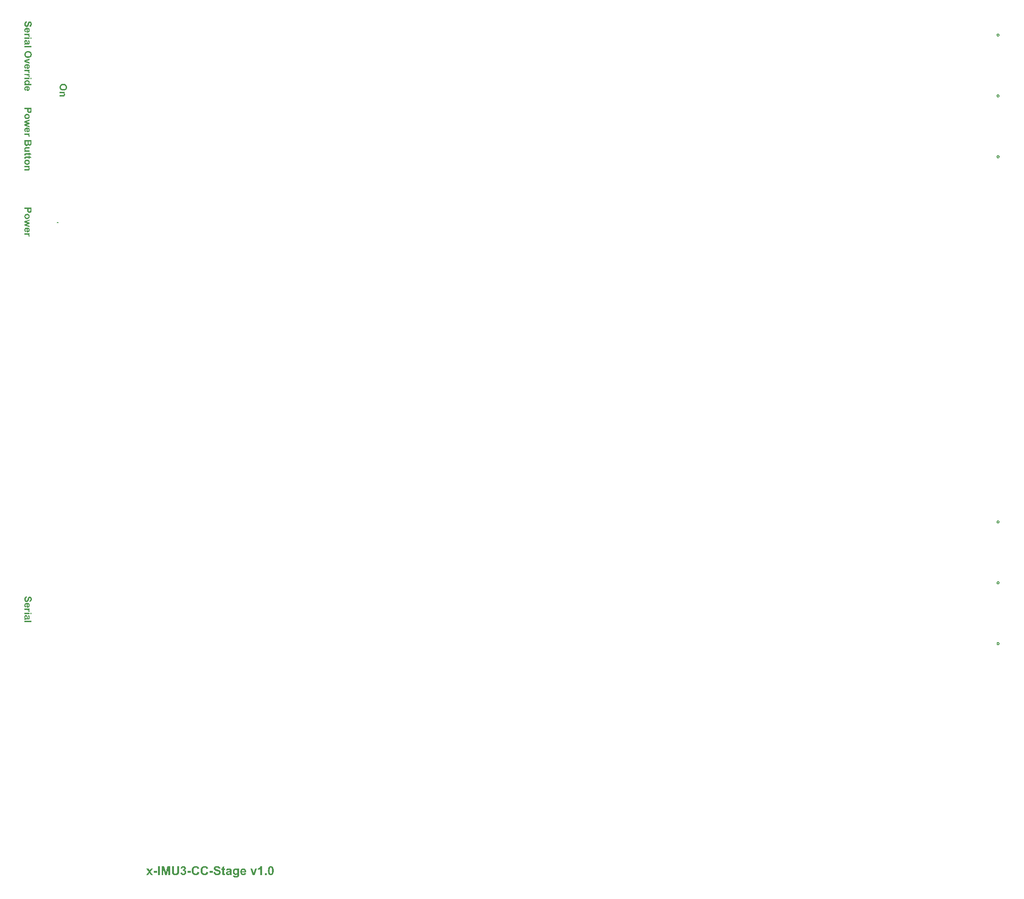
<source format=gto>
G04 Output by ViewMate Deluxe V11.20.1  PentaLogix*
G04 Tue Nov 30 10:45:56 2021*
%IPPOS*%
%FSLAX25Y25*%
%MOIN*%
%ADD42C,0.00787*%

%LPD*%
X0Y0D2*G36*X409162Y982633D2*G1X405512Y981161D1*Y980291*X409162Y978838*Y979832*X407299Y980527*X407240Y980547*X407135Y980587*X407086Y980600*X406998Y980629*X406994Y980632*X406991*X406975Y980636*X406909Y980655*X406857Y980672*X406804Y980688*X406686Y980728*X406679Y980731*X406676*X407299Y980931*X409162Y981620*Y982633*G37*G36*X550826Y406245D2*G1X550748D1*X550588Y406241*X550436Y406232*X550293Y406216*X550162Y406195*X550043Y406171*X549932Y406142*X549833Y406113*X549743Y406085*X549665Y406056*X549596Y406027*X549538Y405999*X549456Y405954*X549428Y405937*X549411Y405929*X549407Y405925*X549325Y405859*X549251Y405790*X549182Y405716*X549116Y405638*X549059Y405556*X549005Y405474*X548960Y405392*X548919Y405314*X548882Y405240*X548849Y405170*X548825Y405109*X548776Y404974*X548772Y404953*X548768Y404945*X549866Y404748*X549887Y404806*X549911Y404859*X549936Y404908*X549961Y404949*X550006Y405027*X550055Y405089*X550096Y405134*X550129Y405166*X550149Y405187*X550231Y405232*X550313Y405265*X550395Y405285*X550477Y405302*X550551Y405310*X550608Y405318*X550748*X550826Y405310*X550900Y405306*X550965Y405294*X551022Y405285*X551076Y405273*X551121Y405257*X551166Y405244*X551199Y405232*X551232Y405216*X551256Y405203*X551277Y405195*X551289Y405183*X551301Y405179*X551309Y405170*X551338Y405142*X551367Y405105*X551408Y405031*X551441Y404949*X551461Y404867*X551474Y404793*X551478Y404761*Y404732*X551482Y404707*Y404551*X551338Y404498*X551252Y404473*X551068Y404424*X550969Y404400*X550772Y404355*X550596Y404314*X550514Y404297*X550449Y404285*X550346Y404264*X550317Y404256*X550309*X550194Y404232*X550088Y404211*X549895Y404162*X549657Y404092*X549592Y404072*X549534Y404051*X549444Y404014*X549407Y404002*X549362Y403981*X549350Y403973*X549346*X549227Y403908*X549124Y403834*X549038Y403756*X548964Y403682*X548907Y403617*X548882Y403584*X548862Y403559*X548849Y403539*X548837Y403522*X548833Y403514*X548829Y403510*X548796Y403453*X548768Y403395*X548722Y403276*X548690Y403157*X548669Y403051*X548661Y403002*X548653Y402961*X548649Y402920*Y402887*X548644Y402858*Y402821*X548649Y402715*X548661Y402612*X548681Y402514*X548710Y402423*X548739Y402337*X548772Y402259*X548808Y402186*X548849Y402116*X548886Y402059*X548923Y402005*X548956Y401960*X549014Y401895*X549034Y401870*X549050Y401854*X549128Y401788*X549214Y401726*X549305Y401677*X549395Y401632*X549489Y401595*X549579Y401567*X549670Y401542*X549760Y401521*X549842Y401505*X549916Y401493*X549985Y401485*X550047Y401476*X550096*X550129Y401472*X550162*X550309Y401480*X550449Y401497*X550576Y401517*X550637Y401534*X550740Y401558*X550785Y401575*X550822Y401587*X550854Y401595*X550879Y401608*X550900Y401612*X550912Y401620*X550916*X551047Y401681*X551166Y401755*X551281Y401829*X551379Y401903*X551461Y401968*X551523Y402022*X551547Y402042*X551576Y402071*X551584Y402055*X551588Y402034*X551613Y401968*X551617Y401948*X551621Y401936*Y401931*X551646Y401850*X551670Y401776*X551687Y401714*X551703Y401665*X551720Y401624*X551728Y401595*X551736Y401579*Y401575*X552933*X552880Y401694*X552831Y401809*X552794Y401911*X552765Y402001*X552753Y402042*X552744Y402079*X552732Y402108*X552728Y402137*X552724Y402157*X552720Y402173*X552716Y402182*Y402186*X552708Y402243*X552695Y402305*X552691Y402374*X552683Y402444*X552671Y402592*X552667Y402739*X552663Y402805*Y402870*X552658Y402928*Y403075*X552671Y404486*Y404629*X552663Y404756*X552646Y404986*X552634Y405084*X552617Y405175*X552605Y405253*X552589Y405322*X552572Y405380*X552560Y405429*X552544Y405474*X552531Y405507*X552523Y405531*X552515Y405552*X552507Y405560*Y405564*X552474Y405617*X552437Y405671*X552351Y405765*X552261Y405847*X552166Y405921*X552084Y405974*X552047Y405999*X552015Y406019*X551986Y406032*X551966Y406044*X551953Y406048*X551949Y406052*X551871Y406085*X551785Y406118*X551691Y406142*X551596Y406163*X551396Y406200*X551297Y406212*X551109Y406228*X551022Y406237*X550949Y406241*X550879*X550826Y406245*G37*G36*X410553Y991561D2*G1X405512D1*Y990597*X410553*Y991561*G37*G36*X406538Y995737D2*G1X406509D1*X406424Y995734*X406342Y995724*X406263Y995707*X406191Y995684*X406122Y995661*X406060Y995635*X406001Y995606*X405945Y995573*X405899Y995543*X405856Y995514*X405820Y995488*X405791Y995461*X405748Y995425*X405735Y995412*X405682Y995350*X405633Y995281*X405594Y995209*X405558Y995137*X405528Y995061*X405505Y994989*X405486Y994917*X405469Y994845*X405456Y994779*X405446Y994720*X405440Y994664*X405433Y994615*Y994576*X405430Y994549*Y994523*X405436Y994405*X405449Y994294*X405466Y994192*X405479Y994143*X405489Y994100*X405499Y994061*X405512Y994025*X405522Y993995*X405528Y993969*X405538Y993949*X405541Y993933*X405548Y993923*Y993920*X405597Y993815*X405656Y993720*X405715Y993628*X405745Y993589*X405774Y993549*X405800Y993516*X405869Y993434*X405886Y993415*X405899Y993402*X405905Y993395*X405909Y993392*X405896Y993385*X405879Y993382*X405843Y993369*X405827Y993362*X405810Y993359*X405800Y993356*X405797*X405732Y993336*X405673Y993316*X405623Y993303*X405584Y993290*X405551Y993277*X405528Y993270*X405515Y993264*X405512*Y992306*X405607Y992349*X405699Y992388*X405781Y992418*X405853Y992441*X405886Y992450*X405915Y992457*X405938Y992467*X405961Y992470*X405991Y992476*X405997Y992480*X406001*X406046Y992486*X406096Y992496*X406151Y992500*X406207Y992506*X406325Y992516*X406443Y992519*X406496Y992523*X406548*X406594Y992526*X406712*X407841Y992516*X407955*X408155Y992529*X408241Y992536*X408320Y992545*X408392Y992558*X408454Y992568*X408510Y992581*X408556Y992595*X408595Y992605*X408693Y992640*X408700Y992647*X408703*X408746Y992673*X408788Y992703*X408864Y992772*X408930Y992844*X408989Y992919*X409031Y992985*X409051Y993015*X409067Y993041*X409077Y993064*X409087Y993080*X409090Y993090*X409094Y993093*X409120Y993155*X409146Y993224*X409166Y993300*X409182Y993375*X409212Y993536*X409222Y993615*X409228Y993690*X409241Y993834*X409244Y993894*Y993949*X409248Y993992*Y994054*X409244Y994182*X409238Y994304*X409225Y994418*X409208Y994523*X409189Y994618*X409166Y994707*X409143Y994786*X409120Y994858*X409097Y994920*X409074Y994976*X409051Y995022*X408995Y995123*X408939Y995192*X408884Y995251*X408825Y995307*X408762Y995360*X408697Y995406*X408631Y995448*X408566Y995484*X408503Y995517*X408444Y995547*X408388Y995573*X408339Y995592*X408231Y995632*X408215Y995635*X408208Y995638*X408050Y994759*X408096Y994743*X408139Y994723*X408178Y994704*X408211Y994684*X408274Y994648*X408323Y994608*X408359Y994576*X408401Y994533*X408438Y994468*X408464Y994402*X408480Y994336*X408493Y994271*X408506Y994166*Y994054*X408500Y993992*X408497Y993933*X408487Y993880*X408480Y993834*X408470Y993792*X408457Y993756*X408447Y993720*X408438Y993693*X408424Y993667*X408408Y993631*X408398Y993621*X408395Y993611*X408388Y993605*X408365Y993582*X408336Y993559*X408277Y993526*X408211Y993500*X408146Y993484*X408060Y993470*X408037*X408018Y993467*X407893*X407850Y993582*X407811Y993723*X407791Y993798*X407772Y993877*X407703Y994176*X407680Y994294*X407660Y994389*X407657Y994399*Y994405*X407637Y994497*X407621Y994582*X407582Y994736*X407562Y994805*X407542Y994871*X407526Y994927*X407509Y994979*X407493Y995025*X407477Y995065*X407463Y995097*X407454Y995127*X407444Y995146*X407437Y995163*X407431Y995173*Y995176*X407378Y995271*X407319Y995353*X407257Y995422*X407198Y995481*X407145Y995527*X407099Y995563*X407083Y995573*X407070Y995583*X407063Y995586*X407060Y995589*X407014Y995615*X406968Y995638*X406873Y995675*X406778Y995701*X406620Y995730*X406588Y995734*X406561*X406538Y995737*G37*G36*X408077Y987845D2*G1X408001D1*X407782Y987839*X407677Y987829*X407575Y987816*X407381Y987783*X407286Y987763*X407112Y987717*X407030Y987691*X406952Y987665*X406801Y987606*X406732Y987576*X406666Y987543*X406604Y987514*X406548Y987484*X406440Y987422*X406394Y987393*X406270Y987311*X406237Y987288*X406210Y987265*X406184Y987245*X406161Y987225*X406128Y987199*X406119Y987189*X406115Y987186*X406050Y987120*X405991Y987051*X405938Y986986*X405886Y986914*X405794Y986769*X405715Y986622*X405650Y986471*X405594Y986323*X405548Y986179*X405512Y986038*X405463Y985782*X405456Y985726*X405446Y985674*X405443Y985625*X405436Y985579*X405430Y985500*Y985467*X405427Y985441*Y985392*X405433Y985188*X405443Y985093*X405456Y984998*X405489Y984818*X405535Y984647*X405587Y984490*X405643Y984345*X405705Y984211*X405771Y984090*X405836Y983981*X405866Y983935*X405899Y983889*X405955Y983807*X406007Y983742*X406030Y983712*X406053Y983689*X406086Y983650*X406112Y983624*X406115Y983620*X406250Y983502*X406322Y983450*X406394Y983401*X406470Y983355*X406548Y983312*X406706Y983237*X406863Y983171*X407021Y983119*X407178Y983073*X407329Y983037*X407470Y983010*X407539Y983001*X407663Y982981*X407719Y982974*X407775Y982968*X407824Y982965*X407906Y982958*X407942*X407972Y982955*X408024*X408251Y982961*X408356Y982971*X408562Y982997*X408661Y983017*X408752Y983037*X408933Y983083*X409018Y983109*X409097Y983138*X409176Y983168*X409248Y983197*X409320Y983227*X409385Y983257*X409448Y983289*X409507Y983322*X409563Y983352*X409615Y983381*X409664Y983411*X409707Y983440*X409750Y983470*X409818Y983519*X409874Y983562*X409897Y983581*X409930Y983607*X409943Y983620*X409946Y983624*X410009Y983686*X410068Y983755*X410123Y983824*X410176Y983893*X410268Y984037*X410307Y984109*X410347Y984185*X410412Y984336*X410471Y984483*X410514Y984628*X410553Y984765*X410602Y985021*X410609Y985077*X410619Y985129*X410622Y985178*X410629Y985225*X410635Y985300*Y985333*X410638Y985359*Y985408*X410635Y985523*X410629Y985631*X410609Y985838*X410593Y985933*X410576Y986022*X410556Y986104*X410540Y986182*X410520Y986251*X410484Y986366*X410471Y986412*X410442Y986487*X410438Y986494*X410409Y986559*X410376Y986625*X410304Y986746*X410268Y986802*X410232Y986855*X410123Y986996*X410091Y987032*X410061Y987068*X410035Y987094*X410015Y987117*X409986Y987146*X409868Y987251*X409750Y987343*X409691Y987386*X409631Y987425*X409579Y987461*X409526Y987491*X409477Y987521*X409431Y987543*X409392Y987566*X409333Y987596*X409310Y987609*X409297Y987612*X409294Y987616*X409192Y987655*X409087Y987691*X408982Y987720*X408871Y987747*X408762Y987770*X408654Y987789*X408552Y987806*X408359Y987825*X408195Y987839*X408129Y987842*X408103*X408077Y987845*G37*G36*X501777Y407876D2*G1X500502D1*Y401575*X501777*Y407876*G37*G36*X409162Y968841D2*G1X405512D1*Y967877*X409162*Y968841*G37*G36*X574323Y407901D2*G1X573343D1*X573302Y407795*X573249Y407692*X573195Y407594*X573134Y407503*X573072Y407413*X573011Y407331*X572945Y407253*X572884Y407184*X572822Y407118*X572716Y407011*X572671Y406970*X572605Y406913*X572588Y406897*X572580Y406892*X572478Y406815*X572375Y406745*X572281Y406679*X572187Y406618*X572096Y406565*X572010Y406519*X571933Y406474*X571859Y406437*X571793Y406405*X571732Y406380*X571678Y406355*X571633Y406339*X571600Y406323*X571572Y406314*X571555Y406306*X571551*Y405211*X571719Y405269*X571879Y405335*X572031Y405404*X572174Y405478*X572314Y405556*X572441Y405630*X572671Y405781*X572855Y405913*X572933Y405974*X572994Y406023*X573048Y406068*X573085Y406097*X573113Y406126*Y401575*X574323*Y407901*G37*G36*X407391Y967099D2*G1X407352D1*X407188Y967093*X407030Y967080*X406883Y967056*X406748Y967030*X406620Y966994*X406506Y966958*X406397Y966919*X406302Y966876*X406217Y966833*X406079Y966758*X406030Y966722*X405987Y966696*X405958Y966673*X405941Y966656*X405935Y966653*X405846Y966568*X405768Y966476*X405702Y966387*X405643Y966296*X405594Y966204*X405554Y966115*X405518Y966027*X405492Y965945*X405472Y965869*X405456Y965797*X405446Y965735*X405436Y965679*X405430Y965600*Y965574*X405436Y965459*X405453Y965348*X405479Y965243*X405492Y965193*X405518Y965108*X405545Y965039*X405558Y965013*X405568Y964990*X405574Y964974*X405581Y964964*Y964961*X405610Y964905*X405646Y964849*X405718Y964747*X405797Y964659*X405833Y964616*X405873Y964580*X405905Y964547*X405938Y964518*X405971Y964492*X405994Y964469*X406017Y964452*X406033Y964439*X406043Y964433*X406046Y964429*X405512*Y963534*X410553*Y964498*X408736*X408825Y964583*X408907Y964672*X408972Y964764*X409031Y964852*X409080Y964944*X409123Y965033*X409156Y965118*X409185Y965197*X409205Y965272*X409222Y965344*X409231Y965403*X409241Y965459*X409244Y965502*X409248Y965535*Y965561*X409241Y965682*X409228Y965800*X409202Y965909*X409172Y966014*X409136Y966112*X409094Y966201*X409051Y966286*X409005Y966361*X408959Y966430*X408916Y966489*X408874Y966542*X408838Y966584*X408808Y966617*X408762Y966663*X408667Y966738*X408562Y966807*X408454Y966866*X408339Y966916*X408221Y966958*X408103Y966991*X407988Y967021*X407877Y967043*X407768Y967063*X407670Y967076*X407582Y967086*X407542Y967089*X407506Y967093*X407470Y967096*X407414*X407391Y967099*G37*G36*X410553Y968841D2*G1X409658D1*Y967877*X410553*Y968841*G37*G36*X407349Y978527D2*G1X407309D1*X407168Y978523*X407037Y978510*X406909Y978494*X406791Y978471*X406679Y978441*X406578Y978412*X406479Y978379*X406394Y978346*X406315Y978314*X406247Y978281*X406187Y978248*X406138Y978222*X406102Y978199*X406073Y978182*X406056Y978169*X406050Y978166*X405994Y978123*X405941Y978074*X405892Y978025*X405846Y977976*X405761Y977867*X405692Y977753*X405630Y977638*X405581Y977520*X405541Y977402*X405509Y977290*X405482Y977182*X405463Y977080*X405449Y976992*X405443Y976949*X405440Y976913*X405433Y976847*Y976821*X405430Y976798*Y976756*X405433Y976644*X405443Y976539*X405456Y976441*X405472Y976346*X405495Y976257*X405518Y976175*X405541Y976099*X405568Y976031*X405617Y975912*X405643Y975867*X405679Y975795*X405692Y975775*X405702Y975758*X405705Y975755*X405761Y975683*X405820Y975614*X405882Y975552*X405948Y975493*X406014Y975440*X406082Y975391*X406148Y975348*X406214Y975309*X406273Y975276*X406328Y975247*X406381Y975224*X406424Y975204*X406506Y975171*X406512Y975168*X406673Y976129*X406624Y976145*X406578Y976162*X406535Y976182*X406496Y976198*X406427Y976237*X406397Y976257*X406325Y976313*X406296Y976339*X406279Y976359*X406273Y976362*Y976365*X406233Y976424*X406204Y976490*X406181Y976552*X406168Y976614*X406158Y976667*X406155Y976690*Y976706*X406151Y976723*Y976746*X406155Y976808*X406161Y976867*X406174Y976923*X406187Y976975*X406207Y977024*X406227Y977070*X406247Y977110*X406292Y977185*X406312Y977215*X406332Y977241*X406352Y977264*X406365Y977280*X406378Y977293*X406384Y977300*X406433Y977343*X406486Y977379*X406538Y977408*X406594Y977435*X406650Y977457*X406706Y977474*X406811Y977503*X406863Y977513*X406948Y977526*X407014Y977533*X407037Y977536*X407057*Y975115*X407158*X407355Y975122*X407447Y975129*X407536Y975138*X407621Y975148*X407703Y975161*X407860Y975194*X407932Y975211*X408001Y975230*X408067Y975250*X408129Y975270*X408188Y975293*X408300Y975335*X408395Y975378*X408477Y975420*X408549Y975460*X408651Y975525*X408680Y975548*X408700Y975562*X408707Y975568*X408802Y975660*X408884Y975758*X408959Y975860*X409018Y975968*X409071Y976073*X409117Y976182*X409153Y976287*X409179Y976388*X409202Y976483*X409218Y976572*X409231Y976651*X409244Y976775*Y976798*X409248Y976818*Y976854*X409241Y976985*X409225Y977113*X409202Y977234*X409169Y977346*X409130Y977454*X409084Y977553*X409038Y977644*X408992Y977726*X408943Y977798*X408897Y977864*X408815Y977969*X408782Y978005*X408733Y978054*X408631Y978136*X408523Y978209*X408411Y978274*X408293Y978327*X408175Y978372*X408057Y978412*X407828Y978468*X407723Y978487*X407624Y978500*X407536Y978514*X407460Y978520*X407427*X407398Y978523*X407372*X407349Y978527*G37*G36*X409162Y974368D2*G1X405512D1*Y973400*X406807*X406886Y973397*X406962*X407030Y973394*X407099*X407437Y973374*X407601Y973361*X407723Y973348*X407804Y973335*X407831Y973328*X407850Y973325*X407860Y973321*X407864*X407916Y973305*X407965Y973289*X408008Y973269*X408050Y973252*X408087Y973233*X408119Y973213*X408149Y973197*X408175Y973180*X408198Y973164*X408218Y973147*X408267Y973098*X408303Y973042*X408333Y972983*X408352Y972928*X408365Y972872*X408372Y972826*X408379Y972787*Y972754*X408375Y972715*X408372Y972675*X408356Y972593*X408329Y972518*X408300Y972449*X408247Y972344*X408234Y972324*X408228Y972311*X408221Y972301*X409064Y971999*X409097Y972058*X409126Y972114*X409149Y972173*X409169Y972229*X409202Y972337*X409215Y972386*X409225Y972433*X409231Y972475*X409238Y972515*X409244Y972580*X409248Y972603*Y972636*X409241Y972721*X409228Y972800*X409212Y972872*X409189Y972934*X409166Y972983*X409149Y973023*X409139Y973036*X409136Y973046*X409130Y973052*Y973056*X409103Y973092*X409074Y973125*X409041Y973161*X409005Y973197*X408923Y973266*X408844Y973331*X408733Y973410*X408661Y973459*X408647Y973466*X408644Y973469*X409162*Y974368*G37*G36*X409162Y971626D2*G1X405512D1*Y970658*X406807*X406886Y970655*X406962*X407030Y970651*X407099*X407224Y970645*X407437Y970632*X407601Y970619*X407667Y970612*X407768Y970599*X407804Y970592*X407850Y970582*X407860Y970579*X407864*X407916Y970563*X407965Y970547*X408008Y970527*X408050Y970510*X408087Y970491*X408119Y970471*X408149Y970455*X408175Y970438*X408198Y970422*X408218Y970405*X408267Y970356*X408303Y970300*X408333Y970241*X408352Y970186*X408365Y970130*X408372Y970084*X408379Y970045*Y970012*X408375Y969973*X408372Y969933*X408356Y969851*X408329Y969776*X408300Y969707*X408270Y969648*X408257Y969621*X408247Y969602*X408234Y969582*X408228Y969569*X408221Y969559*X409064Y969257*X409097Y969316*X409126Y969372*X409149Y969431*X409169Y969487*X409202Y969595*X409215Y969645*X409225Y969690*X409231Y969733*X409238Y969772*X409244Y969838*X409248Y969861*Y969894*X409241Y969979*X409228Y970058*X409212Y970130*X409189Y970192*X409166Y970241*X409149Y970281*X409139Y970294*X409136Y970304*X409130Y970310*Y970314*X409103Y970350*X409041Y970418*X409005Y970455*X408844Y970589*X408733Y970668*X408703Y970687*X408680Y970704*X408661Y970717*X408647Y970724*X408644Y970727*X409162*Y971626*G37*G36*X561026Y406245D2*G1X560981D1*X560817Y406237*X560658Y406216*X560506Y406187*X560366Y406146*X560231Y406097*X560108Y406040*X559993Y405982*X559891Y405925*X559719Y405806*X559645Y405749*X559587Y405703*X559542Y405662*X559481Y405601*X559378Y405474*X559288Y405339*X559206Y405199*X559140Y405052*X559083Y404904*X559034Y404756*X558997Y404609*X558964Y404469*X558940Y404338*X558923Y404215*X558907Y404105*X558899Y404010*Y403969*X558894Y403932*Y403899*X558890Y403871*Y403822*X558894Y403645*X558911Y403481*X558931Y403321*X558960Y403174*X558997Y403034*X559034Y402907*X559075Y402784*X559116Y402678*X559157Y402579*X559198Y402493*X559272Y402358*X559300Y402313*X559321Y402276*X559337Y402255*X559341Y402247*X559395Y402177*X559456Y402112*X559518Y402050*X559579Y401993*X559715Y401886*X559858Y401800*X560002Y401722*X560149Y401661*X560297Y401612*X560436Y401571*X560571Y401538*X560699Y401513*X560862Y401489*X560908Y401485*X560990Y401476*X561022*X561051Y401472*X561104*X561244Y401476*X561375Y401489*X561498Y401505*X561617Y401526*X561728Y401554*X561830Y401583*X561924Y401612*X562010Y401645*X562158Y401706*X562216Y401739*X562265Y401763*X562306Y401784*X562330Y401800*X562351Y401813*X562355Y401817*X562445Y401886*X562531Y401960*X562609Y402038*X562683Y402120*X562748Y402202*X562810Y402288*X562863Y402370*X562913Y402452*X562954Y402526*X562990Y402596*X563019Y402661*X563044Y402715*X563064Y402764*X563076Y402797*X563089Y402825*X561888Y403026*X561867Y402965*X561846Y402907*X561822Y402854*X561801Y402805*X561777Y402760*X561752Y402719*X561728Y402682*X561703Y402649*X561658Y402592*X561625Y402555*X561600Y402534*X561596Y402526*X561592*X561518Y402477*X561437Y402440*X561359Y402411*X561281Y402395*X561186Y402378*X561166*X561145Y402374*X561117*X561039Y402378*X560965Y402387*X560895Y402403*X560830Y402419*X560768Y402444*X560711Y402469*X560662Y402493*X560612Y402522*X560530Y402575*X560498Y402600*X560448Y402641*X560420Y402669*X560370Y402727*X560325Y402793*X560288Y402858*X560256Y402928*X560227Y402997*X560170Y403198*X560157Y403264*X560149Y403321*X560141Y403371*X560133Y403453*X560129Y403481*Y403506*X563154*Y403633*X563146Y403879*X563138Y403994*X563126Y404105*X563113Y404211*X563097Y404314*X563056Y404510*X563035Y404601*X563011Y404687*X562962Y404847*X562933Y404920*X562880Y405060*X562826Y405179*X562773Y405281*X562724Y405371*X562642Y405499*X562613Y405535*X562597Y405560*X562474Y405687*X562351Y405790*X562224Y405884*X562088Y405958*X561957Y406023*X561822Y406081*X561691Y406126*X561564Y406159*X561445Y406187*X561334Y406208*X561236Y406224*X561150Y406232*X561080Y406241*X561051*X561026Y406245*G37*G36*X410553Y588243D2*G1X409658D1*Y587279*X410553*Y588243*G37*G36*X409162Y591028D2*G1X405512D1*Y590060*X406807*X406886Y590057*X406962*X407030Y590054*X407099*X407336Y590041*X407526Y590028*X407601Y590021*X407723Y590008*X407804Y589995*X407831Y589988*X407850Y589985*X407860Y589982*X407864*X407965Y589949*X408008Y589929*X408050Y589913*X408087Y589893*X408119Y589873*X408149Y589857*X408175Y589841*X408198Y589824*X408218Y589808*X408267Y589758*X408303Y589703*X408333Y589644*X408352Y589588*X408365Y589532*X408372Y589486*X408379Y589447*Y589414*X408375Y589375*X408372Y589335*X408356Y589253*X408329Y589178*X408300Y589109*X408247Y589004*X408234Y588984*X408228Y588971*X408221Y588961*X409064Y588660*X409097Y588719*X409126Y588774*X409149Y588834*X409169Y588889*X409202Y588998*X409215Y589047*X409225Y589093*X409231Y589135*X409238Y589175*X409244Y589240*X409248Y589263*Y589296*X409241Y589381*X409228Y589460*X409212Y589532*X409189Y589595*X409166Y589644*X409149Y589683*X409139Y589696*X409136Y589706*X409130Y589713*Y589716*X409103Y589752*X409074Y589785*X409041Y589821*X409005Y589857*X408923Y589926*X408844Y589991*X408733Y590070*X408661Y590119*X408647Y590126*X408644Y590129*X409162*Y591028*G37*G36*X580661Y407901D2*G1X580620D1*X580452Y407893*X580297Y407872*X580149Y407844*X580014Y407803*X579886Y407754*X579768Y407696*X579661Y407639*X579563Y407581*X579403Y407462*X579341Y407405*X579288Y407360*X579247Y407319*X579218Y407286*X579198Y407266*X579194Y407257*X579136Y407179*X579083Y407102*X579034Y407011*X578989Y406921*X578907Y406729*X578837Y406528*X578775Y406314*X578726Y406101*X578685Y405892*X578652Y405683*X578616Y405392*X578599Y405211*X578595Y405134*X578587Y405056*X578583Y404986*Y404920*X578579Y404863*Y404814*X578575Y404773*Y404527*X578583Y404367*X578587Y404215*X578599Y404064*X578611Y403924*X578644Y403658*X578661Y403535*X578681Y403416*X578706Y403305*X578726Y403198*X578775Y403006*X578804Y402915*X578829Y402834*X578857Y402751*X578907Y402612*X578935Y402551*X578960Y402493*X578984Y402440*X579005Y402391*X579030Y402350*X579067Y402280*X579083Y402251*X579099Y402227*X579112Y402206*X579124Y402194*X579128Y402182*X579136Y402177*Y402173*X579189Y402108*X579247Y402050*X579362Y401940*X579485Y401845*X579608Y401767*X579731Y401698*X579854Y401640*X579977Y401595*X580091Y401558*X580198Y401526*X580301Y401505*X580391Y401489*X580469Y401480*X580530Y401472*X580559*X580579Y401468*X580620*X580789Y401476*X580944Y401497*X581092Y401530*X581227Y401571*X581358Y401616*X581473Y401673*X581580Y401731*X581678Y401792*X581764Y401850*X581838Y401907*X581953Y402013*X581994Y402055*X582023Y402083*X582043Y402104*X582047Y402112*X582105Y402190*X582158Y402268*X582207Y402354*X582252Y402448*X582334Y402637*X582404Y402842*X582465Y403055*X582515Y403268*X582556Y403481*X582588Y403690*X582625Y403986*X582633Y404076*X582642Y404162*X582646Y404244*X582654Y404322*X582658Y404391*Y404453*X582662Y404510*Y404564*X582666Y404605*Y404847*X582642Y405306*X582609Y405585*X582592Y405716*X582572Y405839*X582523Y406073*X582474Y406282*X582445Y406380*X582416Y406470*X582359Y406638*X582301Y406786*X582244Y406909*X582219Y406966*X582195Y407016*X582170Y407061*X582146Y407102*X582125Y407134*X582109Y407167*X582092Y407192*X582076Y407212*X582068Y407229*X582059Y407241*X582051Y407245*Y407249*X581949Y407364*X581842Y407467*X581727Y407553*X581608Y407626*X581490Y407688*X581371Y407741*X581256Y407786*X581141Y407819*X581035Y407848*X580936Y407868*X580772Y407893*X580707Y407897*X580682*X580661Y407901*G37*G36*X409162Y588243D2*G1X405512D1*Y587279*X409162*Y588243*G37*G36*X407152Y599858D2*G1X406998Y599835D1*X406853Y599802*X406719Y599762*X406594Y599720*X406479Y599671*X406371Y599618*X406276Y599566*X406191Y599513*X406115Y599461*X406046Y599411*X405991Y599366*X405909Y599294*X405882Y599267*X405863Y599244*X405784Y599143*X405718Y599034*X405659Y598919*X405610Y598798*X405568Y598677*X405532Y598556*X405502Y598434*X405479Y598316*X405459Y598208*X405446Y598106*X405436Y598011*X405427Y597896*Y597840*X405423Y597818*Y597775*X405430Y597539*X405440Y597430*X405453Y597326*X405479Y597139*X405495Y597056*X405515Y596981*X405532Y596912*X405548Y596853*X405561Y596801*X405574Y596758*X405597Y596699*X405600Y596686*X405604Y596679*X405640Y596601*X405679Y596525*X405768Y596387*X405863Y596273*X405909Y596220*X405955Y596174*X405997Y596135*X406037Y596099*X406073Y596069*X406102Y596043*X406128Y596027*X406148Y596010*X406161Y596004*X406165Y596000*X406237Y595958*X406309Y595922*X406381Y595889*X406453Y595859*X406522Y595836*X406588Y595817*X406653Y595800*X406716Y595787*X406771Y595777*X406820Y595771*X406866Y595764*X406906Y595761*X406935Y595758*X406978*X407066Y595761*X407149Y595767*X407231Y595777*X407306Y595787*X407378Y595803*X407444Y595820*X407503Y595840*X407558Y595856*X407611Y595876*X407723Y595925*X407749Y595938*X407765Y595948*X407778Y595954*X407782Y595958*X407841Y595997*X407949Y596082*X407998Y596128*X408044Y596174*X408087Y596223*X408126Y596266*X408159Y596312*X408192Y596355*X408218Y596391*X408260Y596456*X408290Y596512*X408293Y596515*X408329Y596587*X408398Y596748*X408431Y596837*X408493Y597017*X408546Y597197*X408572Y597283*X408641Y597542*X408644Y597565*X408651Y597581*X408654Y597594*Y597604*X408657Y597611*Y597614*X408690Y597749*X408723Y597867*X408785Y598073*X408841Y598237*X408867Y598303*X408893Y598362*X408916Y598408*X408936Y598451*X408953Y598483*X408969Y598506*X408979Y598526*X408989Y598539*X408992Y598546*X409044Y598598*X409097Y598637*X409149Y598664*X409195Y598680*X409238Y598693*X409271Y598697*X409284Y598700*X409300*X409336Y598697*X409369Y598693*X409431Y598673*X409487Y598647*X409533Y598618*X409592Y598565*X409609Y598546*X409615Y598542*Y598539*X409648Y598490*X409674Y598437*X409700Y598382*X409720Y598326*X409753Y598208*X409772Y598096*X409786Y597998*X409792Y597916*X409796Y597886*Y597844*X409789Y597693*X409779Y597624*X409769Y597562*X409756Y597503*X409743Y597450*X409727Y597404*X409694Y597322*X409664Y597263*X409651Y597240*X409641Y597224*X409631Y597211*X409628Y597204*X409592Y597161*X409553Y597125*X409510Y597096*X409468Y597066*X409376Y597017*X409284Y596978*X409241Y596965*X409199Y596951*X409162Y596942*X409130Y596932*X409103Y596925*X409084Y596922*X409071Y596919*X409067*X409113Y595902*X409241Y595912*X409359Y595931*X409474Y595958*X409579Y595991*X409677Y596030*X409769Y596072*X409851Y596118*X409927Y596164*X409996Y596210*X410055Y596253*X410104Y596295*X410179Y596361*X410202Y596387*X410219Y596400*X410222Y596407*X410294Y596502*X410360Y596607*X410415Y596715*X410461Y596833*X410504Y596951*X410537Y597070*X410563Y597188*X410586Y597299*X410602Y597407*X410615Y597509*X410625Y597598*X410635Y597713*Y597742*X410638Y597768*Y597834*X410632Y598044*X410612Y598234*X410599Y598323*X410583Y598405*X410550Y598549*X410534Y598611*X410517Y598667*X410504Y598713*X410488Y598756*X410478Y598785*X410468Y598808*X410465Y598824*X410461Y598828*X410428Y598903*X410389Y598972*X410350Y599038*X410268Y599156*X410225Y599208*X410143Y599297*X410068Y599366*X410009Y599418*X409969Y599448*X409956Y599454*X409953Y599457*X409891Y599497*X409825Y599530*X409763Y599559*X409638Y599605*X409579Y599621*X409468Y599648*X409418Y599654*X409333Y599667*X409271Y599674*X409231*X409123Y599667*X409018Y599654*X408916Y599631*X408821Y599602*X408733Y599566*X408647Y599526*X408572Y599487*X408500Y599441*X408382Y599359*X408333Y599320*X408260Y599254*X408238Y599231*X408224Y599218*X408162Y599143*X408113Y599067*X408064Y598982*X408014Y598893*X407972Y598798*X407929Y598703*X407893Y598605*X407857Y598513*X407828Y598421*X407798Y598336*X407755Y598195*X407749Y598165*X407739Y598139*X407732Y598116*X407726Y598080*X407723Y598070*X407719Y598064*Y598060*X407690Y597945*X407663Y597844*X407641Y597749*X407598Y597588*X407582Y597522*X407565Y597467*X407552Y597414*X407539Y597371*X407529Y597335*X407519Y597306*X407513Y597283*X407500Y597250*Y597247*X407480Y597201*X407463Y597155*X407444Y597116*X407424Y597079*X407408Y597047*X407388Y597014*X407355Y596965*X407326Y596925*X407299Y596899*X407286Y596883*X407231Y596843*X407178Y596817*X407129Y596801*X407080Y596788*X407037Y596781*X407004Y596774*X406975*X406922Y596778*X406873Y596784*X406827Y596797*X406781Y596814*X406699Y596853*X406627Y596899*X406594Y596922*X406568Y596945*X406542Y596965*X406522Y596984*X406506Y597001*X406496Y597014*X406489Y597020*X406450Y597073*X406417Y597125*X406391Y597184*X406368Y597243*X406328Y597368*X406306Y597486*X406296Y597545*X406289Y597594*X406283Y597683*X406279Y597719*Y597765*X406283Y597850*X406289Y597929*X406302Y598008*X406315Y598077*X406332Y598142*X406352Y598205*X406374Y598260*X406417Y598355*X406440Y598395*X406460Y598427*X406476Y598457*X406489Y598477*X406502Y598493*X406509Y598503*X406558Y598556*X406611Y598601*X406666Y598641*X406725Y598677*X406788Y598710*X406850Y598739*X406909Y598765*X406968Y598788*X407024Y598808*X407076Y598824*X407126Y598838*X407165Y598847*X407224Y598864*X407240Y598867*X407247*X407152Y599858*G37*G36*X429134Y866634D2*G1X428248Y865650D1*X430020*X429134Y866634*G37*G36*X407349Y595187D2*G1X407309D1*X407168Y595184*X407037Y595170*X406909Y595154*X406791Y595131*X406679Y595102*X406578Y595072*X406479Y595039*X406394Y595007*X406315Y594974*X406247Y594941*X406187Y594908*X406138Y594882*X406102Y594859*X406073Y594842*X406056Y594829*X406050Y594826*X405994Y594783*X405941Y594734*X405892Y594685*X405846Y594636*X405761Y594528*X405692Y594413*X405630Y594298*X405581Y594180*X405541Y594062*X405509Y593950*X405482Y593842*X405463Y593740*X405449Y593652*X405443Y593609*X405440Y593573*X405433Y593507*Y593481*X405430Y593458*Y593416*X405433Y593304*X405443Y593199*X405456Y593101*X405472Y593006*X405495Y592917*X405518Y592835*X405541Y592760*X405568Y592691*X405617Y592573*X405643Y592527*X405679Y592455*X405702Y592419*X405761Y592343*X405820Y592274*X405882Y592212*X405948Y592153*X406014Y592100*X406082Y592051*X406148Y592009*X406214Y591969*X406273Y591936*X406328Y591907*X406381Y591884*X406424Y591864*X406506Y591831*X406512Y591828*X406673Y592789*X406578Y592822*X406535Y592842*X406496Y592858*X406460Y592878*X406397Y592917*X406325Y592973*X406296Y592999*X406279Y593019*X406273Y593022*Y593025*X406233Y593084*X406204Y593150*X406181Y593212*X406158Y593327*X406155Y593350*Y593366*X406151Y593383*Y593406*X406155Y593468*X406161Y593527*X406187Y593636*X406207Y593685*X406227Y593731*X406247Y593770*X406292Y593845*X406312Y593875*X406332Y593901*X406352Y593924*X406365Y593940*X406384Y593960*X406433Y594003*X406486Y594039*X406538Y594068*X406594Y594095*X406650Y594118*X406811Y594164*X406863Y594173*X406948Y594186*X407014Y594193*X407037Y594196*X407057*Y591776*X407158*X407355Y591782*X407447Y591789*X407621Y591809*X407703Y591822*X407785Y591838*X407860Y591854*X407932Y591871*X408001Y591890*X408067Y591910*X408129Y591930*X408188Y591953*X408300Y591995*X408395Y592038*X408477Y592081*X408549Y592120*X408651Y592186*X408680Y592209*X408700Y592222*X408707Y592228*X408802Y592320*X408884Y592419*X408959Y592520*X409018Y592628*X409071Y592733*X409117Y592842*X409153Y592947*X409179Y593048*X409202Y593144*X409218Y593232*X409231Y593311*X409244Y593435*Y593458*X409248Y593478*Y593514*X409241Y593645*X409225Y593773*X409202Y593895*X409169Y594006*X409130Y594114*X409084Y594213*X409038Y594305*X408992Y594387*X408943Y594459*X408897Y594524*X408815Y594629*X408782Y594665*X408756Y594692*X408739Y594708*X408733Y594715*X408631Y594797*X408523Y594869*X408411Y594934*X408293Y594987*X408175Y595033*X408057Y595072*X407939Y595102*X407828Y595128*X407723Y595148*X407624Y595161*X407536Y595174*X407460Y595180*X407427*X407398Y595184*X407372*X407349Y595187*G37*G36*X555553Y406245D2*G1X555516D1*X555364Y406237*X555221Y406220*X555086Y406187*X554954Y406150*X554836Y406105*X554721Y406052*X554618Y405999*X554524Y405941*X554438Y405884*X554360Y405831*X554294Y405777*X554241Y405732*X554200Y405695*X554143Y405638*X554044Y405519*X553962Y405388*X553888Y405253*X553827Y405109*X553774Y404961*X553728Y404818*X553692Y404670*X553663Y404535*X553638Y404400*X553622Y404277*X553610Y404166*X553606Y404117*X553597Y404031*Y403961*X553593Y403932*Y403883*X553597Y403715*X553610Y403555*X553630Y403399*X553659Y403256*X553724Y402993*X553765Y402879*X553802Y402772*X553880Y402592*X553913Y402522*X553946Y402460*X553974Y402411*X554007Y402358*X554011Y402350*X554065Y402280*X554118Y402214*X554171Y402153*X554229Y402096*X554348Y401989*X554466Y401903*X554590Y401825*X554708Y401763*X554827Y401714*X554942Y401673*X555053Y401640*X555151Y401616*X555241Y401599*X555319Y401587*X555381Y401579*X555409*X555430Y401575*X555471*X555623Y401583*X555766Y401608*X555901Y401645*X556033Y401690*X556152Y401747*X556266Y401809*X556369Y401874*X556463Y401944*X556549Y402013*X556623Y402079*X556685Y402141*X556738Y402198*X556783Y402243*X556812Y402280*X556828Y402305*X556836Y402313*Y401575*X556832Y401505*Y401448*X556824Y401341*X556816Y401255*X556812Y401222*X556804Y401189*X556791Y401124*X556787Y401112*Y401103*X556750Y401021*X556709Y400960*X556672Y400907*X556631Y400866*X556566Y400808*X556549Y400796*X556496Y400767*X556443Y400742*X556332Y400710*X556213Y400685*X556098Y400665*X556045Y400661*X555947Y400652*X555910*X555877Y400648*X555766*X555705Y400652*X555590Y400669*X555545Y400677*X555500Y400689*X555422Y400714*X555393Y400722*X555364Y400734*X555344Y400747*X555323Y400755*X555299Y400771*X555295Y400775*X555291*X555245Y400816*X555213Y400866*X555184Y400919*X555163Y400976*X555147Y401025*X555139Y401066*X555135Y401083*X555131Y401095*Y401107*X553749Y401275*X553745Y401218*Y401128*X553749Y401017*X553765Y400911*X553790Y400808*X553819Y400714*X553856Y400624*X553897Y400542*X553942Y400464*X553987Y400394*X554032Y400332*X554118Y400230*X554155Y400193*X554184Y400160*X554208Y400136*X554225Y400123*X554229Y400119*X554327Y400050*X554442Y399988*X554561Y399935*X554692Y399890*X554827Y399853*X554967Y399820*X555102Y399791*X555237Y399771*X555369Y399754*X555487Y399742*X555647Y399730*X555692*X555733Y399726*X555770*X555803Y399722*X555996*X556102Y399726*X556299Y399742*X556389Y399750*X556549Y399775*X556685Y399799*X556787Y399824*X556824Y399832*X556857Y399840*X556881Y399849*X556894Y399853*X556898*X557041Y399906*X557107Y399935*X557168Y399963*X557226Y399992*X557324Y400050*X557369Y400078*X557406Y400107*X557472Y400152*X557492Y400173*X557513Y400189*X557525Y400201*X557533Y400205*X557537Y400210*X557623Y400304*X557697Y400406*X557763Y400509*X557816Y400611*X557837Y400656*X557874Y400742*X557886Y400775*X557906Y400824*X557910Y400837*Y400841*X557935Y400919*X557956Y401005*X557972Y401099*X557988Y401198*X558013Y401394*X558029Y401591*X558042Y401845*X558046Y401911*Y406138*X556914*Y405499*X556861Y405568*X556808Y405630*X556754Y405691*X556697Y405745*X556582Y405843*X556463Y405929*X556348Y406003*X556229Y406064*X556119Y406113*X556008Y406150*X555906Y406183*X555815Y406204*X555729Y406220*X555598Y406241*X555574*X555553Y406245*G37*G36*X409162Y1000224D2*G1X405512D1*Y999256*X406807*X406886Y999253*X406962*X407030Y999250*X407099*X407165Y999247*X407224Y999243*X407336Y999237*X407526Y999224*X407601Y999217*X407723Y999204*X407804Y999191*X407831Y999184*X407850Y999181*X407860Y999178*X407864*X407965Y999145*X408008Y999125*X408050Y999109*X408087Y999089*X408119Y999069*X408149Y999053*X408175Y999037*X408198Y999020*X408218Y999004*X408267Y998954*X408303Y998899*X408333Y998840*X408352Y998784*X408365Y998728*X408372Y998682*X408379Y998643*Y998610*X408375Y998571*X408372Y998531*X408356Y998449*X408329Y998374*X408300Y998305*X408247Y998200*X408234Y998180*X408228Y998167*X408224Y998161*X408221Y998158*X409064Y997856*X409097Y997915*X409126Y997970*X409149Y998030*X409169Y998085*X409202Y998194*X409215Y998243*X409225Y998289*X409231Y998331*X409238Y998371*X409244Y998436*X409248Y998459*Y998492*X409241Y998577*X409228Y998656*X409212Y998728*X409189Y998790*X409166Y998840*X409149Y998879*X409139Y998892*X409136Y998902*X409130Y998909*Y998912*X409103Y998948*X409074Y998981*X409041Y999017*X409005Y999053*X408923Y999122*X408844Y999187*X408733Y999266*X408661Y999315*X408647Y999322*X408644Y999325*X409162*Y1000224*G37*G36*X407349Y1004383D2*G1X407309D1*X407168Y1004380*X407037Y1004366*X406909Y1004350*X406791Y1004327*X406679Y1004298*X406578Y1004268*X406479Y1004235*X406394Y1004202*X406315Y1004170*X406247Y1004137*X406187Y1004104*X406138Y1004078*X406102Y1004055*X406073Y1004039*X406056Y1004025*X406050Y1004022*X405994Y1003979*X405941Y1003930*X405892Y1003881*X405846Y1003832*X405761Y1003724*X405692Y1003609*X405630Y1003494*X405581Y1003376*X405541Y1003258*X405509Y1003146*X405482Y1003038*X405463Y1002936*X405449Y1002848*X405443Y1002805*X405440Y1002769*X405433Y1002704*Y1002677*X405430Y1002654*Y1002612*X405433Y1002500*X405443Y1002395*X405456Y1002297*X405472Y1002202*X405495Y1002113*X405518Y1002031*X405541Y1001956*X405568Y1001887*X405617Y1001769*X405643Y1001723*X405663Y1001684*X405679Y1001651*X405702Y1001615*X405761Y1001539*X405820Y1001470*X405882Y1001408*X405948Y1001349*X406014Y1001297*X406082Y1001247*X406148Y1001205*X406214Y1001165*X406273Y1001132*X406328Y1001103*X406381Y1001080*X406424Y1001060*X406506Y1001027*X406512Y1001024*X406673Y1001985*X406578Y1002018*X406535Y1002038*X406496Y1002054*X406460Y1002074*X406397Y1002113*X406325Y1002169*X406296Y1002195*X406279Y1002215*X406273Y1002218*Y1002221*X406233Y1002281*X406204Y1002346*X406181Y1002408*X406158Y1002523*X406155Y1002546*Y1002563*X406151Y1002579*Y1002602*X406155Y1002664*X406161Y1002723*X406174Y1002779*X406187Y1002831*X406207Y1002881*X406227Y1002927*X406247Y1002966*X406292Y1003041*X406312Y1003071*X406332Y1003097*X406352Y1003120*X406365Y1003137*X406388Y1003160*X406433Y1003199*X406486Y1003235*X406538Y1003265*X406594Y1003291*X406650Y1003314*X406811Y1003360*X406863Y1003369*X406948Y1003382*X407014Y1003389*X407037Y1003392*X407057*Y1000972*X407158*X407355Y1000978*X407447Y1000985*X407621Y1001005*X407703Y1001018*X407785Y1001034*X407860Y1001050*X407932Y1001067*X408067Y1001106*X408129Y1001126*X408300Y1001192*X408395Y1001234*X408477Y1001277*X408549Y1001316*X408651Y1001382*X408680Y1001405*X408700Y1001418*X408707Y1001424*X408802Y1001516*X408884Y1001615*X408959Y1001716*X409018Y1001824*X409071Y1001929*X409117Y1002038*X409153Y1002143*X409179Y1002244*X409202Y1002339*X409218Y1002428*X409231Y1002507*X409244Y1002631*Y1002654*X409248Y1002674*Y1002710*X409241Y1002841*X409225Y1002969*X409202Y1003091*X409169Y1003202*X409130Y1003310*X409084Y1003409*X409038Y1003501*X408992Y1003583*X408943Y1003655*X408897Y1003720*X408815Y1003825*X408782Y1003861*X408756Y1003888*X408739Y1003904*X408733Y1003911*X408631Y1003993*X408523Y1004065*X408411Y1004130*X408293Y1004183*X408175Y1004229*X408057Y1004268*X407939Y1004298*X407828Y1004324*X407723Y1004344*X407624Y1004357*X407536Y1004370*X407460Y1004376*X407427*X407398Y1004380*X407372*X407349Y1004383*G37*G36*X409162Y997439D2*G1X405512D1*Y996475*X409162*Y997439*G37*G36*X410553Y997439D2*G1X409658D1*Y996475*X410553*Y997439*G37*G36*X410553Y582365D2*G1X405512D1*Y581401*X410553*Y582365*G37*G36*X406538Y586541D2*G1X406509D1*X406424Y586538*X406342Y586528*X406263Y586511*X406191Y586488*X406122Y586465*X406060Y586439*X406001Y586410*X405945Y586377*X405899Y586347*X405856Y586318*X405820Y586292*X405791Y586265*X405748Y586229*X405735Y586216*X405682Y586154*X405633Y586085*X405594Y586013*X405558Y585941*X405528Y585865*X405505Y585793*X405486Y585721*X405469Y585649*X405456Y585583*X405446Y585524*X405440Y585468*X405433Y585419*Y585380*X405430Y585353*Y585327*X405436Y585209*X405449Y585098*X405466Y584996*X405479Y584947*X405489Y584904*X405499Y584865*X405512Y584829*X405522Y584799*X405528Y584773*X405538Y584753*X405541Y584737*X405548Y584727*Y584724*X405597Y584619*X405656Y584524*X405715Y584432*X405774Y584353*X405827Y584287*X405850Y584261*X405869Y584238*X405905Y584199*X405909Y584196*X405896Y584189*X405879Y584186*X405843Y584173*X405827Y584166*X405810Y584163*X405800Y584160*X405797*X405732Y584140*X405673Y584120*X405623Y584107*X405584Y584094*X405551Y584081*X405528Y584074*X405515Y584068*X405512*Y583110*X405607Y583153*X405699Y583192*X405781Y583221*X405886Y583254*X405915Y583261*X405938Y583271*X405961Y583274*X405978Y583277*X405991Y583281*X405997Y583284*X406001*X406046Y583290*X406096Y583300*X406151Y583303*X406207Y583310*X406325Y583320*X406443Y583323*X406496Y583326*X406548*X406594Y583330*X406712*X407841Y583320*X407955*X408057Y583326*X408155Y583333*X408241Y583340*X408320Y583349*X408392Y583362*X408454Y583372*X408510Y583386*X408556Y583399*X408595Y583408*X408631Y583422*X408693Y583444*X408700Y583451*X408703*X408746Y583477*X408788Y583507*X408864Y583576*X408930Y583648*X408989Y583723*X409031Y583789*X409051Y583818*X409067Y583845*X409077Y583868*X409087Y583884*X409090Y583894*X409094Y583897*X409120Y583959*X409146Y584028*X409166Y584104*X409182Y584179*X409212Y584340*X409222Y584419*X409228Y584494*X409241Y584638*X409244Y584697*Y584753*X409248Y584796*Y584858*X409244Y584986*X409238Y585107*X409225Y585222*X409208Y585327*X409189Y585422*X409166Y585511*X409143Y585590*X409120Y585662*X409097Y585724*X409074Y585780*X409051Y585826*X408995Y585927*X408939Y585996*X408884Y586055*X408825Y586111*X408762Y586164*X408697Y586209*X408631Y586252*X408566Y586288*X408503Y586321*X408444Y586351*X408388Y586377*X408339Y586397*X408257Y586426*X408231Y586436*X408215Y586439*X408208Y586442*X408050Y585563*X408096Y585547*X408139Y585527*X408178Y585508*X408211Y585488*X408274Y585452*X408323Y585413*X408359Y585380*X408401Y585337*X408438Y585272*X408464Y585206*X408480Y585140*X408493Y585075*X408506Y584970*Y584858*X408500Y584796*X408497Y584737*X408487Y584684*X408480Y584638*X408470Y584596*X408457Y584560*X408447Y584524*X408438Y584497*X408424Y584471*X408408Y584435*X408398Y584425*X408395Y584415*X408388Y584409*X408365Y584386*X408336Y584363*X408277Y584330*X408211Y584304*X408146Y584287*X408060Y584274*X408037*X408018Y584271*X407893*X407850Y584386*X407811Y584527*X407791Y584602*X407772Y584681*X407703Y584979*X407680Y585098*X407660Y585193*X407657Y585203*Y585209*X407637Y585301*X407621Y585386*X407582Y585540*X407562Y585609*X407542Y585675*X407526Y585731*X407509Y585783*X407493Y585829*X407463Y585901*X407454Y585931*X407444Y585950*X407437Y585967*X407431Y585977*Y585980*X407378Y586075*X407319Y586157*X407257Y586226*X407198Y586285*X407145Y586331*X407099Y586367*X407083Y586377*X407070Y586387*X407063Y586390*X407060Y586393*X407014Y586419*X406968Y586442*X406873Y586479*X406778Y586505*X406620Y586534*X406588Y586538*X406561*X406538Y586541*G37*G36*X547300Y407754D2*G1X546086Y407048D1*Y406138*X545533*Y405175*X546086*Y402965*X546094Y402784*Y402706*X546098Y402637*X546111Y402473*X546119Y402403*Y402378*X546123Y402358*X546127Y402346*Y402333*X546148Y402227*X546172Y402137*X546201Y402055*X546230Y401989*X546254Y401931*X546275Y401895*X546291Y401870*X546295Y401866*Y401862*X546348Y401800*X546406Y401747*X546472Y401698*X546533Y401657*X546590Y401624*X546656Y401591*X546668Y401583*X546676Y401579*X546681*X546783Y401542*X546886Y401517*X546984Y401497*X547115Y401480*X547152Y401476*X547189*X547218Y401472*X547271*X547464Y401480*X547558Y401489*X547730Y401513*X547882Y401546*X547948Y401562*X548009Y401579*X548066Y401591*X548111Y401608*X548152Y401620*X548206Y401640*X548222Y401649*X548226*X548120Y402588*X548009Y402551*X547911Y402522*X547829Y402501*X547759Y402489*X547706Y402481*X547669Y402473*X547636*X547554Y402481*X547517Y402489*X547488Y402501*X547464Y402514*X547447Y402522*X547435Y402526*X547402Y402555*X547361Y402604*X547349Y402629*X547328Y402665*X547324Y402678*Y402682*X547320Y402706*X547312Y402776*Y402825*X547304Y402932*Y403100*X547300Y403153*Y405175*X548124*Y406138*X547300*Y407754*G37*G36*X407152Y1009054D2*G1X406998Y1009031D1*X406853Y1008998*X406719Y1008959*X406594Y1008916*X406479Y1008867*X406371Y1008814*X406276Y1008762*X406191Y1008709*X406115Y1008657*X406046Y1008608*X405991Y1008562*X405909Y1008490*X405882Y1008463*X405863Y1008440*X405784Y1008339*X405718Y1008230*X405659Y1008116*X405610Y1007994*X405568Y1007873*X405532Y1007751*X405502Y1007630*X405479Y1007512*X405459Y1007404*X405446Y1007302*X405436Y1007207*X405427Y1007092*Y1007036*X405423Y1007014*Y1006971*X405430Y1006735*X405440Y1006627*X405453Y1006522*X405479Y1006334*X405495Y1006252*X405515Y1006177*X405532Y1006108*X405548Y1006049*X405561Y1005997*X405574Y1005954*X405597Y1005895*X405600Y1005882*X405604Y1005875*X405640Y1005797*X405679Y1005721*X405768Y1005583*X405863Y1005469*X405909Y1005416*X405955Y1005370*X405997Y1005331*X406037Y1005295*X406073Y1005265*X406102Y1005239*X406128Y1005223*X406148Y1005206*X406161Y1005200*X406165Y1005196*X406237Y1005154*X406309Y1005118*X406381Y1005085*X406453Y1005055*X406522Y1005032*X406588Y1005013*X406653Y1004996*X406716Y1004983*X406771Y1004973*X406820Y1004967*X406866Y1004960*X406906Y1004957*X406935Y1004954*X406978*X407066Y1004957*X407149Y1004963*X407231Y1004973*X407306Y1004983*X407444Y1005016*X407503Y1005036*X407558Y1005052*X407611Y1005072*X407723Y1005121*X407749Y1005134*X407765Y1005144*X407778Y1005151*X407841Y1005193*X407949Y1005278*X407998Y1005324*X408044Y1005370*X408087Y1005419*X408126Y1005462*X408159Y1005508*X408192Y1005551*X408218Y1005587*X408260Y1005652*X408290Y1005708*X408293Y1005711*X408329Y1005783*X408398Y1005944*X408431Y1006033*X408493Y1006213*X408546Y1006394*X408572Y1006479*X408611Y1006627*X408641Y1006738*X408644Y1006761*X408651Y1006777*X408654Y1006791*Y1006800*X408657Y1006807*Y1006810*X408690Y1006945*X408723Y1007063*X408785Y1007269*X408841Y1007433*X408867Y1007499*X408893Y1007558*X408916Y1007604*X408936Y1007646*X408953Y1007679*X408969Y1007702*X408979Y1007722*X408989Y1007735*X408992Y1007742*X409044Y1007794*X409097Y1007833*X409149Y1007860*X409195Y1007876*X409238Y1007889*X409271Y1007893*X409284Y1007896*X409300*X409336Y1007893*X409369Y1007889*X409431Y1007870*X409487Y1007843*X409533Y1007814*X409592Y1007761*X409609Y1007742*X409615Y1007738*Y1007735*X409648Y1007686*X409674Y1007633*X409700Y1007578*X409720Y1007522*X409753Y1007404*X409772Y1007292*X409786Y1007194*X409792Y1007112*X409796Y1007082*Y1007040*X409789Y1006889*X409779Y1006820*X409769Y1006758*X409756Y1006699*X409743Y1006646*X409727Y1006600*X409694Y1006518*X409664Y1006459*X409651Y1006436*X409641Y1006420*X409631Y1006407*X409628Y1006400*X409592Y1006357*X409553Y1006321*X409510Y1006292*X409468Y1006262*X409376Y1006213*X409284Y1006174*X409199Y1006148*X409162Y1006138*X409130Y1006128*X409103Y1006121*X409084Y1006118*X409071Y1006115*X409067*X409113Y1005098*X409241Y1005108*X409359Y1005128*X409474Y1005154*X409579Y1005186*X409677Y1005226*X409769Y1005268*X409851Y1005315*X409927Y1005360*X409996Y1005406*X410055Y1005449*X410179Y1005557*X410202Y1005583*X410219Y1005597*X410222Y1005603*X410294Y1005698*X410360Y1005803*X410415Y1005911*X410461Y1006030*X410504Y1006148*X410537Y1006266*X410563Y1006384*X410586Y1006495*X410602Y1006604*X410615Y1006705*X410625Y1006794*X410635Y1006909*Y1006938*X410638Y1006964*Y1007030*X410632Y1007240*X410612Y1007430*X410599Y1007519*X410583Y1007601*X410550Y1007745*X410534Y1007807*X410517Y1007863*X410504Y1007909*X410488Y1007952*X410478Y1007981*X410468Y1008004*X410465Y1008020*X410461Y1008024*X410428Y1008099*X410389Y1008168*X410350Y1008234*X410268Y1008352*X410225Y1008404*X410143Y1008493*X410068Y1008562*X410009Y1008614*X409986Y1008630*X409969Y1008644*X409956Y1008650*X409953Y1008654*X409891Y1008693*X409825Y1008726*X409763Y1008755*X409638Y1008801*X409579Y1008817*X409468Y1008844*X409418Y1008850*X409333Y1008863*X409271Y1008870*X409231*X409123Y1008863*X409018Y1008850*X408916Y1008827*X408821Y1008798*X408733Y1008762*X408647Y1008722*X408572Y1008683*X408500Y1008637*X408438Y1008595*X408382Y1008555*X408333Y1008516*X408260Y1008450*X408238Y1008427*X408224Y1008414*X408162Y1008339*X408113Y1008263*X408064Y1008178*X408014Y1008089*X407972Y1007994*X407929Y1007899*X407893Y1007801*X407857Y1007709*X407828Y1007617*X407798Y1007532*X407755Y1007391*X407749Y1007361*X407739Y1007335*X407732Y1007312*X407726Y1007276*X407723Y1007266*X407719Y1007259*Y1007256*X407690Y1007141*X407663Y1007040*X407641Y1006945*X407598Y1006784*X407582Y1006718*X407565Y1006662*X407552Y1006610*X407539Y1006567*X407529Y1006531*X407519Y1006502*X407513Y1006479*X407500Y1006446*Y1006443*X407480Y1006397*X407463Y1006351*X407444Y1006312*X407424Y1006275*X407408Y1006243*X407388Y1006210*X407355Y1006161*X407326Y1006121*X407299Y1006095*X407286Y1006079*X407231Y1006039*X407178Y1006013*X407129Y1005997*X407080Y1005984*X407037Y1005977*X407004Y1005970*X406975*X406922Y1005974*X406873Y1005980*X406827Y1005993*X406781Y1006010*X406699Y1006049*X406627Y1006095*X406594Y1006118*X406568Y1006141*X406542Y1006161*X406522Y1006180*X406506Y1006197*X406496Y1006210*X406486Y1006220*X406450Y1006269*X406417Y1006321*X406391Y1006380*X406368Y1006439*X406328Y1006564*X406306Y1006682*X406296Y1006741*X406289Y1006791*X406283Y1006879*X406279Y1006915*Y1006961*X406283Y1007046*X406289Y1007125*X406302Y1007204*X406315Y1007273*X406332Y1007338*X406352Y1007401*X406374Y1007456*X406417Y1007551*X406440Y1007591*X406460Y1007624*X406476Y1007653*X406489Y1007673*X406502Y1007689*X406509Y1007699*X406558Y1007751*X406611Y1007797*X406666Y1007837*X406725Y1007873*X406788Y1007906*X406850Y1007935*X406909Y1007961*X406968Y1007984*X407024Y1008004*X407076Y1008020*X407126Y1008034*X407165Y1008043*X407224Y1008060*X407240Y1008063*X407247*X407152Y1009054*G37*G36*X577595Y402780D2*G1X576389D1*Y401575*X577595*Y402780*G37*G36*X409162Y867982D2*G1X405512Y866827D1*Y865886*X407860Y865269*X405512Y864639*Y863708*X409162Y862537*Y863488*X406768Y864187*X409162Y864797*Y865728*X406768Y866358*X409162Y867044*Y867982*G37*G36*X539461Y404461D2*G1X537087D1*Y403256*X539461*Y404461*G37*G36*X407349Y862307D2*G1X407309D1*X407168Y862304*X407037Y862291*X406909Y862275*X406791Y862252*X406679Y862222*X406578Y862193*X406479Y862160*X406394Y862127*X406315Y862094*X406247Y862061*X406187Y862029*X406138Y862002*X406102Y861979*X406073Y861963*X406056Y861950*X406050Y861947*X405994Y861904*X405941Y861855*X405892Y861806*X405846Y861756*X405761Y861648*X405692Y861533*X405630Y861419*X405581Y861300*X405541Y861182*X405509Y861071*X405482Y860963*X405463Y860861*X405449Y860772*X405443Y860730*X405440Y860694*X405433Y860628*Y860602*X405430Y860579*Y860536*X405433Y860425*X405443Y860320*X405456Y860221*X405472Y860126*X405495Y860038*X405518Y859956*X405541Y859880*X405568Y859811*X405617Y859693*X405643Y859647*X405663Y859608*X405679Y859575*X405692Y859556*X405702Y859539*X405705Y859536*X405761Y859464*X405820Y859395*X405882Y859332*X405948Y859273*X406014Y859221*X406082Y859172*X406148Y859129*X406214Y859090*X406328Y859027*X406463Y858968*X406489Y858959*X406512Y858949*X406673Y859910*X406624Y859926*X406578Y859943*X406496Y859979*X406460Y859998*X406427Y860018*X406397Y860038*X406371Y860057*X406325Y860093*X406296Y860120*X406279Y860139*X406273Y860143*Y860146*X406233Y860205*X406204Y860271*X406181Y860333*X406168Y860395*X406158Y860448*X406155Y860471*Y860487*X406151Y860503*Y860526*X406155Y860589*X406161Y860648*X406187Y860756*X406207Y860805*X406227Y860851*X406247Y860890*X406270Y860930*X406292Y860966*X406312Y860995*X406332Y861022*X406352Y861045*X406365Y861061*X406378Y861074*X406384Y861081*X406433Y861123*X406486Y861159*X406538Y861189*X406594Y861215*X406650Y861238*X406706Y861255*X406811Y861284*X406863Y861294*X406909Y861300*X406948Y861307*X406985Y861310*X407037Y861317*X407057*Y858896*X407158*X407260Y858899*X407355Y858903*X407447Y858909*X407621Y858929*X407703Y858942*X407860Y858975*X407932Y858991*X408001Y859011*X408129Y859050*X408300Y859116*X408395Y859159*X408477Y859201*X408549Y859241*X408651Y859306*X408680Y859329*X408700Y859342*X408802Y859441*X408884Y859539*X408959Y859641*X409018Y859749*X409071Y859854*X409117Y859962*X409153Y860067*X409179Y860169*X409202Y860264*X409218Y860353*X409231Y860431*X409244Y860556*Y860579*X409248Y860598*Y860635*X409241Y860766*X409225Y860894*X409202Y861015*X409169Y861127*X409130Y861235*X409084Y861333*X409038Y861425*X408992Y861507*X408943Y861579*X408897Y861645*X408815Y861750*X408782Y861786*X408733Y861835*X408631Y861917*X408523Y861989*X408411Y862055*X408293Y862107*X408175Y862153*X408057Y862193*X407939Y862222*X407828Y862248*X407723Y862268*X407624Y862281*X407536Y862294*X407460Y862301*X407427*X407398Y862304*X407372*X407349Y862307*G37*G36*X407411Y872033D2*G1X407388D1*X407273Y872029*X407162Y872023*X407057Y872010*X406955Y871996*X406860Y871977*X406693Y871937*X406617Y871914*X406552Y871891*X406493Y871872*X406440Y871852*X406397Y871832*X406365Y871819*X406325Y871800*X406319Y871796*X406240Y871751*X406165Y871698*X406096Y871646*X406030Y871590*X405971Y871531*X405919Y871475*X405869Y871416*X405823Y871360*X405784Y871311*X405751Y871262*X405699Y871180*X405679Y871147*X405659Y871111*X405617Y871019*X405581Y870934*X405551Y870845*X405525Y870763*X405502Y870681*X405486Y870599*X405469Y870524*X405449Y870389*X405443Y870330*X405436Y870278*X405430Y870196*Y870147*X405436Y869996*X405453Y869855*X405479Y869720*X405515Y869592*X405558Y869474*X405604Y869363*X405653Y869261*X405702Y869166*X405755Y869084*X405804Y869012*X405850Y868946*X405889Y868894*X405925Y868854*X405951Y868822*X405974Y868799*X406079Y868703*X406191Y868621*X406302Y868549*X406420Y868490*X406535Y868438*X406650Y868395*X406758Y868359*X406866Y868330*X406965Y868310*X407057Y868293*X407139Y868280*X407211Y868274*X407240Y868270*X407270Y868267*X407293*X407312Y868264*X407349*X407500Y868270*X407644Y868287*X407778Y868313*X407906Y868346*X408028Y868388*X408139Y868431*X408241Y868480*X408336Y868530*X408418Y868579*X408493Y868628*X408556Y868671*X408611Y868713*X408651Y868746*X408680Y868772*X408707Y868795*X408802Y868897*X408884Y869005*X408959Y869117*X409018Y869232*X409071Y869343*X409117Y869458*X409153Y869566*X409179Y869671*X409202Y869773*X409218Y869861*X409231Y869943*X409244Y870074*Y870097*X409248Y870117*Y870153*X409244Y870251*X409238Y870347*X409225Y870442*X409212Y870530*X409192Y870616*X409172Y870694*X409149Y870770*X409130Y870839*X409107Y870901*X409064Y871006*X409044Y871049*X409031Y871081*X409018Y871104*X409012Y871117*X408962Y871203*X408910Y871278*X408857Y871347*X408802Y871413*X408687Y871527*X408631Y871580*X408575Y871623*X408523Y871665*X408431Y871727*X408395Y871754*X408362Y871770*X408339Y871787*X408234Y871839*X408149Y871875*X408067Y871905*X407985Y871934*X407903Y871957*X407755Y871990*X407686Y872003*X407621Y872013*X407565Y872019*X407513Y872026*X407470Y872029*X407437*X407411Y872033*G37*G36*X499838Y404461D2*G1X497464D1*Y403256*X499838*Y404461*G37*G36*X405512Y876503D2*G1Y875486D1*X407414*Y874696*X407417Y874578*X407424Y874365*X407437Y874184*X407450Y874033*X407463Y873915*X407470Y873869*X407477Y873833*X407483Y873781*X407486Y873768*Y873764*X407513Y873666*X407545Y873571*X407585Y873482*X407624Y873404*X407663Y873335*X407680Y873308*X407693Y873285*X407706Y873266*X407716Y873253*X407719Y873243*X407723Y873240*X407795Y873145*X407877Y873063*X407959Y872987*X408037Y872925*X408074Y872898*X408139Y872856*X408205Y872816*X408215Y872813*X408218Y872810*X408280Y872780*X408342Y872754*X408408Y872731*X408474Y872711*X408605Y872682*X408670Y872669*X408730Y872659*X408785Y872653*X408923Y872643*X408956Y872639*X409002*X409113Y872643*X409218Y872653*X409317Y872666*X409408Y872685*X409497Y872708*X409576Y872731*X409651Y872761*X409720Y872787*X409779Y872813*X409832Y872840*X409877Y872866*X409914Y872889*X409943Y872908*X409966Y872921*X409979Y872931*X409982Y872935*X410051Y872990*X410114Y873049*X410169Y873108*X410222Y873171*X410264Y873233*X410307Y873292*X410343Y873351*X410373Y873407*X410399Y873459*X410422Y873509*X410438Y873551*X410455Y873587*X410465Y873617*X410471Y873640*X410478Y873653*Y873660*X410484Y873689*X410491Y873718*X410504Y873794*X410514Y873876*X410520Y873968*X410530Y874066*X410534Y874168*X410540Y874269*X410543Y874371*X410550Y874562*Y874647*X410553Y874719*Y876503*X405512*G37*G36*X523811Y404461D2*G1X521437D1*Y403256*X523811*Y404461*G37*G36*X409162Y858148D2*G1X405512D1*Y857181*X406807*X406886Y857178*X406962*X407030Y857174*X407099*X407224Y857168*X407336Y857161*X407526Y857148*X407667Y857135*X407768Y857122*X407804Y857115*X407850Y857105*X407860Y857102*X407864*X407916Y857086*X407965Y857069*X408008Y857049*X408050Y857033*X408087Y857014*X408119Y856994*X408149Y856977*X408175Y856961*X408198Y856945*X408218Y856928*X408267Y856879*X408303Y856823*X408333Y856764*X408352Y856708*X408365Y856653*X408372Y856607*X408379Y856567*Y856535*X408375Y856495*X408372Y856456*X408356Y856374*X408329Y856298*X408300Y856229*X408247Y856125*X408234Y856105*X408228Y856092*X408224Y856085*X408221Y856082*X409064Y855780*X409097Y855839*X409126Y855895*X409149Y855954*X409169Y856010*X409202Y856118*X409215Y856167*X409225Y856213*X409231Y856256*X409238Y856295*X409244Y856361*X409248Y856384*Y856417*X409241Y856502*X409228Y856581*X409212Y856653*X409189Y856715*X409166Y856764*X409149Y856804*X409139Y856817*X409136Y856826*X409130Y856833*Y856836*X409103Y856872*X409074Y856905*X409041Y856941*X409005Y856977*X408844Y857112*X408733Y857191*X408703Y857210*X408680Y857227*X408661Y857240*X408647Y857246*X408644Y857250*X409162*Y858148*G37*G36*X533651Y407983D2*G1X533602D1*X533360Y407975*X533245Y407963*X533130Y407946*X532913Y407901*X532708Y407848*X532519Y407782*X532343Y407708*X532183Y407630*X532035Y407549*X531904Y407467*X531847Y407430*X531789Y407389*X531691Y407315*X531609Y407249*X531547Y407196*X531519Y407171*X531498Y407151*X531470Y407122*X531461Y407114*X531388Y407032*X531318Y406942*X531252Y406851*X531195Y406761*X531138Y406663*X531084Y406565*X530994Y406364*X530912Y406163*X530846Y405958*X530793Y405761*X530752Y405568*X530703Y405298*X530691Y405216*X530666Y404994*X530658Y404871*X530654Y404822*Y404777*X530650Y404740*Y404670*X530658Y404400*X530682Y404141*X530723Y403899*X530777Y403678*X530805Y403572*X530838Y403469*X530871Y403371*X530904Y403276*X530941Y403186*X531014Y403018*X531055Y402940*X531092Y402866*X531129Y402797*X531236Y402620*X531269Y402571*X531301Y402522*X531330Y402481*X531359Y402444*X531384Y402415*X531404Y402387*X531425Y402366*X531437Y402346*X531449Y402333*X531535Y402247*X531613Y402173*X531695Y402108*X531781Y402042*X531863Y401985*X531949Y401927*X532122Y401829*X532298Y401747*X532470Y401677*X532634Y401620*X532794Y401575*X532946Y401542*X533085Y401513*X533146Y401505*X533208Y401493*X533265Y401489*X533315Y401480*X533401Y401472*X533438*X533466Y401468*X533524*X533708Y401472*X533884Y401489*X534053Y401513*X534212Y401546*X534360Y401583*X534500Y401628*X534627Y401673*X534741Y401718*X534844Y401763*X534934Y401809*X535012Y401854*X535078Y401891*X535131Y401923*X535168Y401948*X535188Y401964*X535196Y401968*X535315Y402067*X535426Y402177*X535529Y402296*X535623Y402419*X535709Y402547*X535787Y402674*X535857Y402797*X535918Y402920*X535971Y403039*X536017Y403145*X536058Y403243*X536115Y403399*X536123Y403428*X536131Y403453*X536135Y403473*X536139Y403485*X536144Y403494*Y403498*X534909Y403891*X534877Y403764*X534840Y403649*X534803Y403539*X534717Y403350*X534672Y403264*X534627Y403190*X534586Y403125*X534545Y403063*X534508Y403014*X534471Y402973*X534442Y402936*X534417Y402907*X534397Y402891*X534381Y402875*X534311Y402817*X534237Y402768*X534163Y402727*X534090Y402690*X534016Y402657*X533946Y402633*X533876Y402612*X533811Y402596*X533692Y402571*X533638Y402563*X533598Y402559*X533561*X533532Y402555*X533511*X533384Y402559*X533265Y402575*X533151Y402600*X533048Y402633*X532946Y402674*X532855Y402715*X532769Y402760*X532626Y402854*X532564Y402899*X532515Y402944*X532470Y402981*X532437Y403014*X532413Y403039*X532392Y403059*X532318Y403161*X532249Y403280*X532191Y403403*X532142Y403539*X532101Y403678*X532068Y403822*X532039Y403965*X532015Y404105*X531998Y404236*X531986Y404359*X531974Y404473*X531970Y404523*Y404568*X531966Y404613*Y404650*X531962Y404683*Y404765*X531966Y404970*X531982Y405158*X532003Y405335*X532031Y405494*X532064Y405642*X532101Y405773*X532138Y405896*X532179Y406003*X532257Y406175*X532294Y406241*X532327Y406298*X532355Y406339*X532376Y406368*X532392Y406388*X532482Y406483*X532573Y406560*X532663Y406626*X532761Y406683*X532855Y406733*X532950Y406774*X533130Y406835*X533216Y406856*X533290Y406872*X533360Y406880*X533421Y406888*X533470Y406892*X533503Y406897*X533536*X533630Y406892*X533720Y406884*X533803Y406872*X533962Y406831*X534098Y406782*X534159Y406757*X534258Y406704*X534299Y406679*X534336Y406659*X534360Y406638*X534381Y406626*X534393Y406618*X534397Y406614*X534463Y406560*X534520Y406499*X534573Y406437*X534622Y406372*X534663Y406310*X534700Y406245*X534737Y406183*X534766Y406122*X534791Y406064*X534811Y406011*X534828Y405962*X534840Y405921*X534852Y405888*X534864Y405843*Y405839*X536123Y406138*X536082Y406278*X536033Y406405*X535984Y406528*X535934Y406638*X535881Y406745*X535828Y406839*X535775Y406925*X535672Y407073*X535627Y407134*X535549Y407229*X535520Y407262*X535479Y407303*X535340Y407421*X535192Y407528*X535037Y407618*X534881Y407696*X534725Y407762*X534569Y407819*X534417Y407860*X534270Y407897*X534130Y407926*X534008Y407946*X533893Y407963*X533839Y407967*X533749Y407975*X533712Y407979*X533679*X533651Y407983*G37*G36*X527292Y407983D2*G1X527243D1*X527001Y407975*X526886Y407963*X526771Y407946*X526554Y407901*X526349Y407848*X526160Y407782*X525984Y407708*X525824Y407630*X525676Y407549*X525545Y407467*X525488Y407430*X525430Y407389*X525332Y407315*X525250Y407249*X525188Y407196*X525160Y407171*X525139Y407151*X525123Y407134*X525102Y407114*X525029Y407032*X524959Y406942*X524893Y406851*X524836Y406761*X524778Y406663*X524725Y406565*X524635Y406364*X524553Y406163*X524487Y405958*X524434Y405761*X524393Y405568*X524344Y405298*X524332Y405216*X524307Y404994*X524299Y404871*X524295Y404822*Y404777*X524291Y404740*Y404670*X524299Y404400*X524323Y404141*X524364Y403899*X524418Y403678*X524446Y403572*X524479Y403469*X524512Y403371*X524545Y403276*X524618Y403100*X524655Y403018*X524696Y402940*X524733Y402866*X524770Y402797*X524877Y402620*X524910Y402571*X524942Y402522*X524971Y402481*X525000Y402444*X525024Y402415*X525045Y402387*X525065Y402366*X525078Y402346*X525090Y402333*X525176Y402247*X525254Y402173*X525336Y402108*X525422Y402042*X525504Y401985*X525590Y401927*X525762Y401829*X525939Y401747*X526111Y401677*X526275Y401620*X526435Y401575*X526586Y401542*X526726Y401513*X526787Y401505*X526849Y401493*X526906Y401489*X526956Y401480*X527042Y401472*X527078*X527107Y401468*X527165*X527349Y401472*X527525Y401489*X527694Y401513*X527853Y401546*X528001Y401583*X528140Y401628*X528267Y401673*X528382Y401718*X528485Y401763*X528575Y401809*X528653Y401854*X528719Y401891*X528772Y401923*X528809Y401948*X528829Y401964*X528837Y401968*X528956Y402067*X529067Y402177*X529170Y402296*X529264Y402419*X529350Y402547*X529428Y402674*X529497Y402797*X529559Y402920*X529612Y403039*X529698Y403243*X529731Y403330*X529743Y403367*X529756Y403399*X529764Y403428*X529772Y403453*X529776Y403473*X529780Y403485*X529784Y403494*Y403498*X528550Y403891*X528518Y403764*X528481Y403649*X528444Y403539*X528358Y403350*X528313Y403264*X528227Y403125*X528186Y403063*X528149Y403014*X528112Y402973*X528083Y402936*X528058Y402907*X528038Y402891*X528026Y402879*X527952Y402817*X527878Y402768*X527804Y402727*X527730Y402690*X527657Y402657*X527587Y402633*X527517Y402612*X527452Y402596*X527333Y402571*X527279Y402563*X527238Y402559*X527202*X527173Y402555*X527152*X527025Y402559*X526906Y402575*X526791Y402600*X526689Y402633*X526586Y402674*X526496Y402715*X526410Y402760*X526267Y402854*X526205Y402899*X526156Y402944*X526111Y402981*X526033Y403059*X525959Y403161*X525889Y403280*X525832Y403403*X525783Y403539*X525742Y403678*X525709Y403822*X525680Y403965*X525656Y404105*X525639Y404236*X525627Y404359*X525615Y404473*X525611Y404523*Y404568*X525607Y404613*Y404650*X525602Y404683*Y404765*X525607Y404970*X525623Y405158*X525643Y405335*X525672Y405494*X525705Y405642*X525742Y405773*X525779Y405896*X525820Y406003*X525898Y406175*X525967Y406298*X526017Y406368*X526033Y406388*X526123Y406483*X526213Y406560*X526304Y406626*X526402Y406683*X526496Y406733*X526591Y406774*X526771Y406835*X526857Y406856*X526931Y406872*X527001Y406880*X527062Y406888*X527111Y406892*X527144Y406897*X527177*X527271Y406892*X527361Y406884*X527443Y406872*X527603Y406831*X527739Y406782*X527800Y406757*X527899Y406704*X527940Y406679*X527976Y406659*X528001Y406638*X528034Y406618*X528038Y406614*X528103Y406560*X528161Y406499*X528214Y406437*X528263Y406372*X528304Y406310*X528341Y406245*X528378Y406183*X528407Y406122*X528432Y406064*X528452Y406011*X528481Y405921*X528493Y405888*X528505Y405843*Y405839*X529764Y406138*X529723Y406278*X529674Y406405*X529625Y406528*X529575Y406638*X529522Y406745*X529469Y406839*X529416Y406925*X529313Y407073*X529268Y407134*X529190Y407229*X529161Y407262*X529124Y407298*X529120Y407303*X528981Y407421*X528833Y407528*X528678Y407618*X528522Y407696*X528366Y407762*X528210Y407819*X528058Y407860*X527911Y407897*X527771Y407926*X527648Y407946*X527534Y407963*X527480Y407967*X527390Y407975*X527353Y407979*X527320*X527292Y407983*G37*G36*X496747Y406138D2*G1X495324D1*X494475Y404883*X493668Y406138*X492192*X493770Y403924*X492122Y401575*X493536*X494475Y402989*X495402Y401575*X496886*X495197Y403977*X496747Y406138*G37*G36*X542453Y407983D2*G1X542372D1*X542109Y407975*X541986Y407963*X541871Y407950*X541761Y407934*X541658Y407913*X541564Y407893*X541478Y407872*X541400Y407852*X541330Y407831*X541273Y407815*X541183Y407782*X541154Y407770*X541133Y407766*X541129Y407762*X541035Y407721*X540949Y407671*X540867Y407622*X540789Y407569*X540719Y407520*X540654Y407467*X540543Y407364*X540420Y407229*X540391Y407196*X540371Y407167*X540354Y407147*X540346Y407130*X540342Y407126*X540293Y407048*X540252Y406966*X540215Y406888*X540186Y406811*X540158Y406733*X540137Y406659*X540121Y406585*X540104Y406519*X540088Y406400*X540080Y406351*X540071Y406273*Y406224*X540080Y406089*X540096Y405958*X540125Y405831*X540162Y405712*X540207Y405601*X540256Y405494*X540305Y405400*X540363Y405310*X540416Y405232*X540465Y405162*X540514Y405101*X540596Y405011*X540625Y404982*X540641Y404965*X540650Y404957*X540736Y404888*X540830Y404826*X541047Y404703*X541285Y404597*X541408Y404551*X541523Y404506*X541638Y404469*X541744Y404432*X541839Y404404*X541921Y404379*X541957Y404371*X541990Y404359*X542019Y404351*X542064Y404342*X542076Y404338*X542085Y404334*X542089*X542359Y404264*X542478Y404236*X542679Y404182*X542761Y404162*X542831Y404141*X542896Y404125*X542995Y404096*X543032Y404084*X543060Y404076*X543093Y404064*X543101Y404059*X543105*X543163Y404035*X543220Y404014*X543269Y403990*X543315Y403965*X543356Y403945*X543397Y403920*X543458Y403879*X543507Y403842*X543540Y403809*X543561Y403793*X543565Y403785*X543610Y403723*X543643Y403658*X543663Y403596*X543679Y403535*X543688Y403481*X543696Y403440*Y403403*X543692Y403338*X543683Y403276*X543667Y403219*X543647Y403161*X543597Y403059*X543540Y402969*X543511Y402928*X543483Y402895*X543458Y402862*X543433Y402838*X543413Y402817*X543397Y402805*X543384Y402793*X543323Y402747*X543257Y402706*X543183Y402674*X543110Y402645*X543032Y402620*X542954Y402596*X542806Y402567*X542732Y402555*X542671Y402547*X542515Y402534*X542458*X542351Y402538*X542253Y402547*X542154Y402563*X542068Y402579*X541986Y402600*X541908Y402624*X541839Y402653*X541777Y402682*X541720Y402706*X541670Y402735*X541629Y402760*X541593Y402780*X541568Y402797*X541547Y402813*X541535Y402821*X541469Y402883*X541412Y402948*X541363Y403018*X541318Y403092*X541277Y403170*X541240Y403248*X541207Y403321*X541178Y403395*X541154Y403465*X541133Y403531*X541117Y403592*X541105Y403641*X541084Y403715*X541080Y403735*Y403744*X539842Y403625*X539871Y403432*X539912Y403252*X539961Y403084*X540014Y402928*X540075Y402784*X540141Y402649*X540207Y402530*X540272Y402423*X540399Y402243*X540457Y402173*X540506Y402116*X540547Y402071*X540580Y402038*X540600Y402022*X540609Y402013*X540736Y401915*X540871Y401833*X541014Y401759*X541166Y401698*X541318Y401645*X541469Y401599*X541621Y401562*X541904Y401509*X542031Y401493*X542150Y401480*X542294Y401468*X542363*X542392Y401464*X542445*X542740Y401472*X542876Y401485*X543007Y401501*X543126Y401517*X543241Y401534*X543343Y401554*X543437Y401579*X543524Y401599*X543597Y401620*X543663Y401636*X543716Y401653*X543757Y401669*X543790Y401681*X543807Y401685*X543815Y401690*X543913Y401735*X544007Y401784*X544098Y401841*X544180Y401895*X544253Y401956*X544323Y402013*X544389Y402071*X544446Y402128*X544540Y402231*X544577Y402276*X544610Y402313*X544631Y402346*X544651Y402370*X544659Y402387*X544663Y402391*X544717Y402481*X544762Y402571*X544803Y402661*X544840Y402751*X544868Y402838*X544893Y402920*X544913Y403002*X544930Y403080*X544942Y403149*X544950Y403211*X544959Y403268*X544963Y403317*X544967Y403354*Y403407*X544963Y403518*X544954Y403621*X544942Y403723*X544930Y403818*X544909Y403908*X544889Y403990*X544864Y404064*X544844Y404133*X544819Y404199*X544795Y404252*X544758Y404338*X544741Y404371*X544729Y404391*X544721Y404408*X544717Y404412*X544667Y404486*X544614Y404556*X544561Y404621*X544503Y404683*X544446Y404740*X544385Y404793*X544331Y404843*X544274Y404883*X544221Y404924*X544175Y404957*X544130Y404986*X544094Y405011*X544061Y405027*X544024Y405048*X544020Y405052*X543929Y405097*X543835Y405138*X543729Y405183*X543618Y405224*X543392Y405302*X543167Y405367*X543060Y405400*X542798Y405470*X542736Y405486*X542708Y405490*X542687Y405499*X542671Y405503*X542659*X542650Y405507*X542646*X542478Y405548*X542331Y405589*X542191Y405630*X542072Y405667*X541961Y405703*X541867Y405736*X541785Y405769*X541711Y405802*X541654Y405831*X541601Y405855*X541560Y405876*X541531Y405896*X541506Y405908*X541490Y405921*X541482Y405925*X541416Y405991*X541367Y406056*X541334Y406122*X541314Y406179*X541297Y406232*X541293Y406273*X541289Y406290*Y406310*X541297Y406396*X541322Y406474*X541355Y406544*X541392Y406601*X541429Y406642*X541457Y406675*X541482Y406696*X541486Y406704*X541490*X541551Y406745*X541617Y406778*X541687Y406811*X541756Y406835*X541904Y406876*X542043Y406901*X542167Y406917*X542269Y406925*X542306Y406929*X542359*X542548Y406921*X542634Y406909*X542712Y406897*X542786Y406880*X542851Y406864*X542962Y406823*X543011Y406802*X543052Y406782*X543085Y406765*X543114Y406749*X543134Y406737*X543151Y406724*X543159Y406720*X543163Y406716*X543212Y406675*X543257Y406626*X543331Y406519*X543392Y406405*X543442Y406290*X543499Y406097*X543507Y406064*X543511Y406040*X543515Y406023*Y406019*X544786Y406077*X544774Y406237*X544749Y406384*X544717Y406528*X544676Y406659*X544627Y406782*X544573Y406897*X544516Y406999*X544458Y407093*X544401Y407179*X544348Y407253*X544294Y407315*X544249Y407368*X544212Y407409*X544180Y407438*X544163Y407458*X544155Y407462*X544036Y407553*X543905Y407635*X543770Y407704*X543622Y407762*X543474Y407815*X543327Y407856*X543179Y407889*X543040Y407917*X542905Y407938*X542777Y407954*X542667Y407967*X542564Y407975*X542523Y407979*X542486*X542453Y407983*G37*G36*X509063Y407876D2*G1X507153D1*X506021Y403576*X504877Y407876*X502975*Y401575*X504155*Y406536*X505402Y401575*X506628*X507878Y406536*Y401575*X509063*Y407876*G37*G36*X433115Y964567D2*G1X433040D1*X432928Y964564*X432820Y964560*X432715Y964550*X432613Y964537*X432420Y964505*X432325Y964485*X432236Y964462*X432151Y964439*X432069Y964413*X431990Y964386*X431839Y964328*X431770Y964298*X431705Y964265*X431642Y964236*X431587Y964206*X431531Y964173*X431478Y964144*X431387Y964085*X431308Y964032*X431275Y964009*X431249Y963986*X431223Y963967*X431200Y963947*X431167Y963921*X431088Y963842*X431029Y963773*X430977Y963708*X430924Y963635*X430832Y963491*X430754Y963344*X430688Y963193*X430632Y963045*X430586Y962901*X430550Y962760*X430501Y962504*X430494Y962448*X430485Y962396*X430481Y962346*X430475Y962300*X430472Y962258*X430468Y962222*Y962189*X430465Y962163*Y962113*X430468Y962012*X430472Y961910*X430481Y961815*X430494Y961720*X430527Y961539*X430573Y961369*X430626Y961211*X430681Y961067*X430744Y960933*X430809Y960811*X430842Y960756*X430904Y960657*X430967Y960569*X430993Y960529*X431023Y960493*X431068Y960434*X431091Y960411*X431108Y960392*X431124Y960372*X431154Y960342*X431219Y960283*X431288Y960224*X431360Y960172*X431432Y960122*X431508Y960077*X431587Y960034*X431744Y959958*X431902Y959893*X432059Y959840*X432216Y959795*X432367Y959758*X432508Y959732*X432640Y959713*X432702Y959703*X432758Y959696*X432813Y959690*X432945Y959680*X432981*X433010Y959676*X433063*X433178Y959680*X433289Y959683*X433394Y959693*X433601Y959719*X433791Y959758*X433883Y959781*X433971Y959804*X434057Y959831*X434214Y959890*X434286Y959919*X434358Y959949*X434424Y959978*X434486Y960011*X434545Y960044*X434601Y960073*X434654Y960103*X434703Y960132*X434745Y960162*X434788Y960191*X434824Y960218*X434857Y960241*X434886Y960264*X434913Y960283*X434936Y960303*X434968Y960329*X435047Y960408*X435106Y960477*X435162Y960546*X435214Y960614*X435306Y960759*X435346Y960831*X435385Y960906*X435451Y961057*X435510Y961205*X435592Y961487*X435641Y961743*X435647Y961799*X435657Y961851*X435660Y961900*X435667Y961946*X435670Y961986*X435674Y962022*Y962054*X435677Y962081*Y962130*X435674Y962245*X435667Y962353*X435647Y962560*X435631Y962655*X435614Y962743*X435595Y962825*X435578Y962904*X435559Y962973*X435539Y963035*X435523Y963088*X435510Y963134*X435496Y963166*X435487Y963193*X435477Y963216*X435447Y963281*X435414Y963347*X435342Y963468*X435306Y963524*X435270Y963576*X435231Y963629*X435162Y963717*X435129Y963754*X435100Y963790*X435073Y963816*X435054Y963839*X435024Y963868*X434906Y963973*X434788Y964065*X434729Y964108*X434670Y964147*X434617Y964183*X434516Y964242*X434470Y964265*X434430Y964288*X434398Y964305*X434371Y964318*X434348Y964331*X434335Y964334*X434332Y964337*X434230Y964377*X434125Y964413*X434020Y964442*X433909Y964468*X433801Y964491*X433692Y964511*X433591Y964528*X433489Y964537*X433397Y964547*X433233Y964560*X433168Y964564*X433141*X433115Y964567*G37*G36*X434201Y958893D2*G1X430550D1*Y957928*X432315*X432508Y957922*X432594Y957918*X432669Y957912*X432800Y957899*X432899Y957886*X432938Y957879*X432997Y957866*X433017Y957863*X433033Y957859*X433040Y957856*X433043*X433125Y957823*X433194Y957781*X433256Y957735*X433309Y957689*X433351Y957646*X433381Y957613*X433394Y957600*X433400Y957590*X433407Y957584*Y957580*X433453Y957505*X433486Y957426*X433512Y957348*X433528Y957279*X433542Y957193*Y957170*X433545Y957151*Y957128*X433542Y957059*X433528Y956993*X433515Y956938*X433496Y956888*X433479Y956849*X433463Y956820*X433446Y956797*X433407Y956747*X433364Y956705*X433319Y956669*X433276Y956642*X433237Y956619*X433184Y956596*X433181Y956593*X433178*X433141Y956583*X433043Y956564*X432984Y956557*X432925Y956551*X432859Y956547*X432731Y956538*X432669*X432610Y956534*X432554*X432508Y956531*X430550*Y955563*X432899*X433158Y955576*X433210Y955580*X433259Y955586*X433302Y955590*X433342Y955596*X433374Y955603*X433427Y955609*X433446Y955612*X433460Y955616*X433466Y955619*X433469*X433551Y955642*X433627Y955672*X433696Y955701*X433755Y955734*X433804Y955763*X433824Y955777*X433843Y955786*X433870Y955806*X433938Y955865*X433994Y955927*X434047Y955996*X434089Y956059*X434122Y956118*X434135Y956144*X434148Y956167*X434155Y956183*X434168Y956206*Y956209*X434207Y956311*X434237Y956413*X434257Y956508*X434273Y956600*X434276Y956639*X434283Y956711*Y956738*X434286Y956761*Y956793*X434280Y956928*X434260Y957052*X434230Y957174*X434191Y957289*X434142Y957394*X434089Y957492*X434034Y957584*X433978Y957666*X433919Y957741*X433863Y957807*X433765Y957912*X433673Y957990*X433670Y957997*X434201*Y958893*G37*G36*X409162Y939078D2*G1X405512Y937923D1*Y936982*X407860Y936365*X405512Y935736*Y934804*X409162Y933633*Y934584*X406768Y935283*X409162Y935893*Y936824*X406768Y937454*X409162Y938140*Y939078*G37*G36*X407349Y933403D2*G1X407309D1*X407168Y933400*X407037Y933387*X406909Y933371*X406791Y933348*X406679Y933318*X406578Y933289*X406479Y933256*X406394Y933223*X406315Y933190*X406247Y933157*X406187Y933125*X406138Y933098*X406102Y933075*X406073Y933059*X406056Y933046*X406050Y933043*X405994Y933000*X405941Y932951*X405892Y932901*X405846Y932852*X405761Y932744*X405692Y932629*X405630Y932514*X405581Y932396*X405541Y932278*X405509Y932167*X405482Y932059*X405463Y931957*X405449Y931868*X405443Y931826*X405440Y931790*X405433Y931724*Y931698*X405430Y931675*Y931632*X405433Y931521*X405443Y931416*X405456Y931317*X405472Y931222*X405495Y931134*X405518Y931052*X405541Y930976*X405568Y930907*X405617Y930789*X405643Y930743*X405663Y930704*X405679Y930671*X405702Y930635*X405705Y930632*X405761Y930560*X405820Y930491*X405882Y930428*X405948Y930369*X406014Y930317*X406082Y930268*X406148Y930225*X406214Y930186*X406328Y930123*X406463Y930064*X406506Y930048*X406512Y930045*X406673Y931006*X406624Y931022*X406578Y931038*X406535Y931058*X406496Y931075*X406460Y931094*X406427Y931114*X406397Y931134*X406371Y931153*X406325Y931189*X406296Y931216*X406279Y931235*X406273Y931239*Y931242*X406233Y931301*X406204Y931367*X406181Y931429*X406168Y931491*X406158Y931544*X406155Y931567*Y931583*X406151Y931599*Y931622*X406155Y931685*X406161Y931744*X406174Y931800*X406187Y931852*X406207Y931901*X406227Y931947*X406247Y931986*X406270Y932026*X406292Y932062*X406312Y932091*X406332Y932118*X406352Y932141*X406365Y932157*X406378Y932170*X406384Y932177*X406433Y932219*X406486Y932255*X406538Y932285*X406594Y932311*X406650Y932334*X406706Y932351*X406811Y932380*X406863Y932390*X406909Y932396*X406948Y932403*X407014Y932409*X407037Y932413*X407057*Y929992*X407158*X407355Y929999*X407447Y930005*X407621Y930025*X407703Y930038*X407785Y930054*X407932Y930087*X408001Y930107*X408129Y930146*X408300Y930212*X408395Y930255*X408477Y930297*X408549Y930337*X408651Y930402*X408680Y930425*X408700Y930438*X408802Y930537*X408884Y930635*X408959Y930737*X409018Y930845*X409071Y930950*X409117Y931058*X409153Y931163*X409179Y931265*X409202Y931360*X409218Y931448*X409231Y931527*X409244Y931652*Y931675*X409248Y931695*Y931731*X409241Y931862*X409225Y931990*X409202Y932111*X409169Y932223*X409130Y932331*X409084Y932429*X409038Y932521*X408992Y932603*X408943Y932675*X408897Y932741*X408815Y932846*X408782Y932882*X408756Y932908*X408739Y932924*X408733Y932931*X408631Y933013*X408523Y933085*X408411Y933151*X408293Y933203*X408175Y933249*X408057Y933289*X407939Y933318*X407828Y933344*X407723Y933364*X407624Y933377*X407536Y933390*X407496Y933393*X407460Y933397*X407427*X407398Y933400*X407372*X407349Y933403*G37*G36*X409162Y929244D2*G1X405512D1*Y928277*X406807*X406886Y928273*X406962*X407030Y928270*X407099*X407224Y928264*X407437Y928251*X407526Y928244*X407667Y928231*X407768Y928218*X407804Y928211*X407850Y928201*X407860Y928198*X407864*X407916Y928182*X407965Y928165*X408008Y928146*X408050Y928129*X408087Y928109*X408149Y928073*X408175Y928057*X408198Y928041*X408218Y928024*X408244Y927998*X408260Y927981*X408267Y927975*X408303Y927919*X408333Y927860*X408352Y927804*X408365Y927749*X408372Y927703*X408379Y927663*Y927631*X408375Y927591*X408372Y927552*X408356Y927470*X408329Y927394*X408300Y927326*X408270Y927267*X408257Y927240*X408247Y927221*X408234Y927201*X408228Y927188*X408224Y927181*X408221Y927178*X409064Y926876*X409097Y926935*X409126Y926991*X409149Y927050*X409169Y927106*X409202Y927214*X409215Y927263*X409225Y927309*X409231Y927352*X409238Y927391*X409244Y927457*X409248Y927480*Y927512*X409241Y927598*X409228Y927676*X409212Y927749*X409189Y927811*X409166Y927860*X409149Y927899*X409139Y927913*X409136Y927923*X409130Y927929*Y927932*X409103Y927968*X409074Y928001*X409041Y928037*X409005Y928073*X408844Y928208*X408733Y928287*X408703Y928306*X408680Y928323*X408661Y928336*X408647Y928342*X408644Y928346*X409162*Y929244*G37*G36*X407411Y943129D2*G1X407388D1*X407273Y943125*X407162Y943119*X406955Y943093*X406860Y943073*X406693Y943034*X406617Y943011*X406552Y942988*X406493Y942968*X406440Y942948*X406365Y942915*X406325Y942896*X406319Y942892*X406240Y942846*X406165Y942794*X406096Y942741*X406030Y942686*X405971Y942627*X405919Y942571*X405869Y942512*X405823Y942456*X405784Y942407*X405751Y942358*X405699Y942276*X405679Y942243*X405659Y942207*X405617Y942115*X405581Y942030*X405551Y941941*X405525Y941859*X405502Y941777*X405486Y941695*X405469Y941620*X405449Y941485*X405443Y941426*X405436Y941374*X405430Y941292*Y941243*X405436Y941092*X405453Y940951*X405479Y940816*X405515Y940688*X405558Y940570*X405604Y940459*X405653Y940357*X405702Y940262*X405755Y940180*X405804Y940108*X405850Y940042*X405889Y939990*X405925Y939950*X405951Y939917*X405968Y939901*X405974Y939894*X406079Y939799*X406191Y939717*X406302Y939645*X406420Y939586*X406535Y939534*X406650Y939491*X406758Y939455*X406866Y939425*X407057Y939389*X407139Y939376*X407211Y939370*X407240Y939366*X407270Y939363*X407293*X407312Y939360*X407349*X407500Y939366*X407644Y939383*X407778Y939409*X407906Y939442*X408028Y939485*X408139Y939527*X408241Y939576*X408336Y939625*X408418Y939675*X408493Y939724*X408556Y939767*X408611Y939809*X408651Y939842*X408680Y939868*X408707Y939891*X408802Y939993*X408884Y940101*X408959Y940213*X409018Y940327*X409071Y940439*X409117Y940554*X409153Y940662*X409179Y940767*X409202Y940869*X409218Y940957*X409231Y941039*X409244Y941170*Y941193*X409248Y941213*Y941249*X409244Y941348*X409238Y941443*X409225Y941538*X409212Y941626*X409192Y941712*X409172Y941790*X409149Y941866*X409130Y941935*X409107Y941997*X409064Y942102*X409044Y942145*X409031Y942177*X409018Y942200*X409012Y942214*X409008Y942220*X408962Y942299*X408910Y942374*X408857Y942443*X408802Y942509*X408687Y942624*X408631Y942676*X408575Y942719*X408523Y942761*X408474Y942794*X408395Y942850*X408362Y942866*X408339Y942883*X408234Y942935*X408149Y942971*X408067Y943001*X407985Y943030*X407903Y943053*X407828Y943069*X407755Y943086*X407686Y943099*X407621Y943109*X407513Y943122*X407470Y943125*X407437*X407411Y943129*G37*G36*X407349Y962861D2*G1X407309D1*X407168Y962858*X407037Y962845*X406909Y962829*X406791Y962806*X406679Y962776*X406578Y962747*X406479Y962714*X406394Y962681*X406315Y962648*X406247Y962615*X406187Y962583*X406138Y962556*X406102Y962533*X406073Y962517*X406056Y962504*X406050Y962501*X405994Y962458*X405941Y962409*X405892Y962360*X405846Y962310*X405761Y962202*X405692Y962087*X405630Y961973*X405581Y961854*X405541Y961736*X405509Y961625*X405482Y961517*X405463Y961415*X405449Y961326*X405443Y961284*X405440Y961248*X405433Y961182*Y961156*X405430Y961133*Y961090*X405433Y960979*X405443Y960874*X405456Y960775*X405472Y960680*X405495Y960592*X405518Y960510*X405541Y960434*X405568Y960365*X405617Y960247*X405643Y960201*X405663Y960162*X405679Y960129*X405692Y960110*X405702Y960093*X405705Y960090*X405761Y960018*X405820Y959949*X405882Y959886*X405948Y959827*X406014Y959775*X406082Y959726*X406148Y959683*X406214Y959644*X406328Y959581*X406463Y959522*X406489Y959513*X406512Y959503*X406673Y960464*X406624Y960480*X406578Y960497*X406496Y960533*X406460Y960552*X406427Y960572*X406397Y960592*X406371Y960611*X406325Y960647*X406296Y960674*X406279Y960693*X406273Y960697*Y960700*X406233Y960759*X406204Y960824*X406181Y960887*X406168Y960949*X406158Y961002*X406155Y961025*Y961041*X406151Y961057*Y961080*X406155Y961143*X406161Y961202*X406187Y961310*X406207Y961359*X406227Y961405*X406247Y961444*X406270Y961484*X406292Y961520*X406312Y961549*X406332Y961576*X406352Y961599*X406365Y961615*X406378Y961628*X406384Y961635*X406433Y961677*X406486Y961713*X406538Y961743*X406594Y961769*X406650Y961792*X406811Y961838*X406863Y961848*X406909Y961854*X406948Y961861*X406985Y961864*X407037Y961871*X407057*Y959450*X407158*X407260Y959453*X407355Y959457*X407447Y959463*X407621Y959483*X407703Y959496*X407860Y959529*X407932Y959545*X408001Y959565*X408129Y959604*X408300Y959670*X408395Y959713*X408477Y959755*X408549Y959795*X408651Y959860*X408680Y959883*X408700Y959896*X408802Y959995*X408884Y960093*X408959Y960195*X409018Y960303*X409071Y960408*X409117Y960516*X409153Y960621*X409179Y960723*X409202Y960818*X409218Y960907*X409231Y960985*X409244Y961110*Y961133*X409248Y961152*Y961189*X409241Y961320*X409225Y961448*X409202Y961569*X409169Y961681*X409130Y961789*X409084Y961887*X409038Y961979*X408992Y962061*X408943Y962133*X408897Y962199*X408815Y962304*X408782Y962340*X408733Y962389*X408631Y962471*X408523Y962543*X408411Y962609*X408293Y962661*X408175Y962707*X408057Y962747*X407939Y962776*X407828Y962802*X407723Y962822*X407624Y962835*X407536Y962848*X407460Y962855*X407427*X407398Y962858*X407372*X407349Y962861*G37*G36*X405512Y947599D2*G1Y946582D1*X407414*Y945792*X407417Y945674*X407424Y945461*X407437Y945280*X407450Y945129*X407463Y945011*X407470Y944965*X407477Y944929*X407483Y944877*X407486Y944864*Y944860*X407513Y944762*X407545Y944667*X407585Y944578*X407624Y944500*X407663Y944431*X407680Y944405*X407693Y944382*X407706Y944362*X407716Y944349*X407719Y944339*X407723Y944336*X407795Y944240*X407877Y944158*X407959Y944083*X408037Y944021*X408074Y943995*X408110Y943972*X408139Y943952*X408165Y943935*X408205Y943913*X408215Y943909*X408218Y943906*X408280Y943876*X408342Y943850*X408408Y943827*X408474Y943808*X408605Y943778*X408670Y943765*X408730Y943755*X408785Y943748*X408884Y943742*X408923Y943739*X408956Y943735*X409002*X409113Y943739*X409218Y943748*X409317Y943762*X409408Y943781*X409497Y943804*X409576Y943827*X409651Y943857*X409720Y943883*X409779Y943909*X409832Y943935*X409914Y943985*X409943Y944004*X409966Y944018*X409979Y944027*X409982Y944031*X410051Y944086*X410114Y944145*X410169Y944204*X410222Y944267*X410264Y944329*X410307Y944388*X410343Y944447*X410373Y944503*X410399Y944555*X410422Y944605*X410438Y944647*X410455Y944683*X410465Y944713*X410471Y944736*X410478Y944749*Y944755*X410484Y944785*X410491Y944814*X410504Y944890*X410514Y944972*X410520Y945064*X410530Y945162*X410534Y945264*X410540Y945366*X410543Y945467*X410550Y945658*Y945743*X410553Y945815*Y947599*X405512*G37*G36*X518469Y407901D2*G1X518407D1*X518218Y407893*X518128Y407885*X518042Y407872*X517882Y407840*X517808Y407823*X517743Y407803*X517681Y407786*X517583Y407749*X517542Y407737*X517509Y407721*X517489Y407713*X517472Y407708*X517468Y407704*X517390Y407667*X517320Y407626*X517189Y407540*X517132Y407495*X517079Y407450*X516984Y407364*X516947Y407323*X516911Y407286*X516882Y407253*X516861Y407225*X516828Y407184*X516820Y407171*X516816Y407167*X516775Y407102*X516734Y407032*X516665Y406880*X516603Y406729*X516554Y406585*X516496Y406400*X516484Y406351*X516476Y406310*X516468Y406282*X516464Y406265*Y406257*X517579Y406068*X517603Y406212*X517620Y406278*X517640Y406339*X517661Y406396*X517681Y406446*X517706Y406491*X517726Y406536*X517751Y406573*X517771Y406601*X517788Y406630*X517808Y406651*X517821Y406671*X517837Y406687*X517841Y406692*X517882Y406729*X517927Y406765*X517972Y406794*X518017Y406819*X518108Y406856*X518190Y406880*X518263Y406897*X518296Y406901*X518345Y406909*X518432*X518485Y406901*X518587Y406880*X518674Y406847*X518743Y406815*X518801Y406782*X518846Y406749*X518858Y406737*X518870Y406729*X518874Y406724*X518879Y406720*X518911Y406683*X518940Y406642*X518989Y406560*X519022Y406478*X519042Y406396*X519059Y406323*X519063Y406294*Y406265*X519067Y406245*Y406212*X519063Y406142*X519055Y406081*X519042Y406019*X519026Y405962*X519006Y405908*X518985Y405859*X518961Y405814*X518940Y405773*X518915Y405736*X518891Y405703*X518870Y405679*X518850Y405654*X518821Y405626*X518809Y405613*X518760Y405572*X518702Y405540*X518645Y405511*X518583Y405486*X518456Y405445*X518337Y405421*X518280Y405412*X518182Y405404*X518141Y405400*X518058*X517927Y404416*X518046Y404445*X518149Y404469*X518243Y404486*X518362Y404498*X518391Y404502*X518419*X518440Y404506*X518481*X518546Y404502*X518608Y404494*X518665Y404482*X518723Y404465*X518870Y404400*X518911Y404375*X518948Y404346*X518985Y404326*X519010Y404301*X519055Y404264*X519079Y404240*X519125Y404186*X519161Y404133*X519194Y404076*X519223Y404014*X519247Y403953*X519297Y403781*X519313Y403678*X519321Y403592*X519325Y403563*Y403518*X519321Y403428*X519313Y403346*X519301Y403268*X519284Y403194*X519264Y403125*X519243Y403063*X519219Y403006*X519198Y402952*X519174Y402907*X519129Y402834*X519108Y402805*X519092Y402780*X519079Y402764*X519071Y402756*X519067Y402751*X519018Y402702*X518969Y402657*X518915Y402620*X518862Y402588*X518809Y402559*X518755Y402538*X518706Y402518*X518612Y402493*X518571Y402485*X518534Y402477*X518501Y402473*X518477Y402469*X518440*X518313Y402477*X518255Y402489*X518202Y402505*X518099Y402542*X518013Y402588*X517940Y402629*X517915Y402649*X517890Y402665*X517870Y402682*X517858Y402694*X517849Y402698*X517800Y402747*X517726Y402854*X517694Y402911*X517644Y403022*X517603Y403133*X517587Y403186*X517575Y403231*X517558Y403313*X517554Y403346*X517550Y403367*X517546Y403383*Y403387*X516373Y403248*X516394Y403100*X516427Y402965*X516468Y402834*X516513Y402710*X516566Y402596*X516619Y402489*X516677Y402391*X516734Y402301*X516787Y402223*X516845Y402153*X516894Y402096*X516935Y402046*X516972Y402005*X517001Y401981*X517017Y401960*X517025Y401956*X517136Y401870*X517251Y401796*X517366Y401731*X517485Y401673*X517607Y401628*X517722Y401587*X517837Y401554*X517948Y401530*X518050Y401509*X518149Y401493*X518231Y401485*X518304Y401476*X518366Y401472*X518391Y401468*X518448*X518612Y401476*X518772Y401493*X518924Y401521*X519063Y401558*X519198Y401604*X519321Y401653*X519436Y401706*X519543Y401759*X519633Y401813*X519719Y401866*X519789Y401915*X519846Y401960*X519895Y401997*X519928Y402026*X519949Y402042*X520063Y402161*X520158Y402280*X520240Y402399*X520309Y402518*X520367Y402637*X520416Y402756*X520457Y402870*X520490Y402977*X520514Y403080*X520531Y403174*X520547Y403256*X520555Y403326*X520564Y403428*Y403465*X520560Y403572*X520551Y403670*X520535Y403768*X520514Y403859*X520461Y404023*X520400Y404166*X520371Y404227*X520338Y404281*X520314Y404330*X520289Y404367*X520264Y404400*X520240Y404437*X520236Y404441*X520174Y404515*X520104Y404580*X520035Y404642*X519965Y404695*X519891Y404740*X519822Y404785*X519682Y404855*X519617Y404879*X519559Y404904*X519506Y404924*X519461Y404937*X519424Y404949*X519379Y404961*X519371*X519530Y405060*X519604Y405109*X519670Y405162*X519735Y405216*X519793Y405269*X519846Y405322*X519895Y405380*X519985Y405490*X520059Y405597*X520121Y405708*X520166Y405810*X520203Y405908*X520231Y405999*X520252Y406077*X520268Y406150*X520277Y406208*X520281Y406249*Y406286*X520277Y406392*X520260Y406499*X520240Y406601*X520211Y406696*X520178Y406790*X520141Y406876*X520100Y406958*X520059Y407032*X520018Y407097*X519977Y407159*X519940Y407208*X519908Y407253*X519879Y407290*X519858Y407315*X519838Y407335*X519731Y407434*X519621Y407524*X519506Y407598*X519387Y407663*X519268Y407717*X519149Y407762*X519030Y407799*X518920Y407831*X518813Y407852*X518719Y407872*X518628Y407885*X518555Y407893*X518493Y407897*X518469Y407901*G37*G36*X514069Y407876D2*G1Y404252D1*X514065Y404129*Y404010*X514053Y403719*X514045Y403641*X514041Y403572*X514036Y403510*X514028Y403461*X514020Y403379*X514016Y403354*Y403334*X514012Y403321*Y403317*X514000Y403260*X513983Y403202*X513938Y403100*X513885Y403006*X513827Y402928*X513799Y402895*X513774Y402862*X513749Y402838*X513729Y402817*X513708Y402801*X513684Y402776*X513630Y402739*X513569Y402702*X513508Y402674*X513442Y402649*X513307Y402608*X513171Y402583*X513052Y402567*X512958Y402559*X512921Y402555*X512868*X512679Y402563*X512593Y402575*X512437Y402608*X512368Y402629*X512306Y402649*X512249Y402674*X512195Y402694*X512114Y402735*X512085Y402751*X512060Y402768*X512044Y402780*X512032Y402784*X511974Y402834*X511921Y402883*X511876Y402932*X511839Y402985*X511802Y403034*X511769Y403088*X511716Y403186*X511695Y403231*X511679Y403272*X511667Y403309*X511654Y403342*X511646Y403371*X511642Y403391*X511638Y403403*Y403407*X511630Y403461*X511613Y403596*X511601Y403846*X511597Y404027*X511593Y404113*Y404191*X511589Y404264*Y407876*X510318*Y404322*X510322Y404141*X510338Y403818*X510346Y403674*X510359Y403543*X510367Y403424*X510379Y403317*X510404Y403141*X510412Y403075*X510420Y403018*X510428Y402973*X510441Y402924*Y402915*X510457Y402846*X510531Y402653*X510592Y402534*X510650Y402428*X510678Y402383*X510707Y402342*X510732Y402305*X510752Y402272*X510773Y402247*X510785Y402231*X510793Y402218*X510851Y402153*X510908Y402096*X511027Y401989*X511150Y401899*X511269Y401821*X511322Y401788*X511371Y401755*X511421Y401731*X511457Y401710*X511490Y401694*X511515Y401681*X511531Y401677*X511535Y401673*X511630Y401636*X511728Y401608*X511835Y401579*X511945Y401554*X512175Y401517*X512396Y401493*X512499Y401485*X512757Y401472*X512819Y401468*X512905*X513171Y401476*X513294Y401485*X513409Y401497*X513520Y401513*X513708Y401546*X513795Y401562*X513934Y401595*X514036Y401628*X514069Y401640*X514098Y401649*X514114Y401657*X514118*X514205Y401694*X514360Y401776*X514430Y401817*X514557Y401903*X514610Y401944*X514705Y402022*X514746Y402059*X514779Y402091*X514807Y402116*X514828Y402141*X514856Y402169*X514906Y402231*X514955Y402296*X515033Y402432*X515098Y402563*X515152Y402686*X515172Y402743*X515193Y402797*X515205Y402842*X515217Y402883*X515225Y402915*X515234Y402940*X515238Y402956*Y402961*X515258Y403055*X515275Y403166*X515299Y403412*X515311Y403543*X515320Y403674*X515324Y403809*X515332Y403940*X515340Y404182*Y404289*X515344Y404379*Y407876*X514069*G37*G36*X570748Y406138D2*G1X569505D1*X568636Y403809*X568611Y403735*X568562Y403604*X568546Y403543*X568530Y403494*X568517Y403457*X568509Y403432*X568505Y403428*Y403424*X568501Y403403*X568493Y403379*X568476Y403321*X568435Y403190*X568415Y403129*X568398Y403080*X568390Y403059*X568386Y403043*X568382Y403034*Y403030*X568132Y403809*X567271Y406138*X566004*X567845Y401575*X568931*X570748Y406138*G37*G36*X407411Y910643D2*G1X407388D1*X407273Y910640*X407162Y910634*X406955Y910607*X406860Y910588*X406693Y910548*X406617Y910525*X406552Y910502*X406493Y910483*X406440Y910463*X406397Y910443*X406365Y910430*X406325Y910411*X406319Y910407*X406240Y910361*X406165Y910309*X406096Y910256*X406030Y910201*X405971Y910142*X405919Y910086*X405869Y910027*X405823Y909971*X405784Y909922*X405751Y909873*X405699Y909791*X405679Y909758*X405659Y909722*X405617Y909630*X405581Y909545*X405551Y909456*X405525Y909374*X405502Y909292*X405486Y909210*X405469Y909135*X405449Y909000*X405443Y908941*X405436Y908889*X405430Y908807*Y908757*X405436Y908607*X405453Y908465*X405479Y908331*X405515Y908203*X405558Y908085*X405604Y907973*X405653Y907872*X405702Y907777*X405755Y907695*X405804Y907623*X405850Y907557*X405889Y907504*X405925Y907465*X405951Y907432*X405968Y907416*X405974Y907409*X406079Y907314*X406191Y907232*X406302Y907160*X406420Y907101*X406535Y907049*X406650Y907006*X406758Y906970*X406866Y906940*X407057Y906904*X407139Y906891*X407211Y906885*X407240Y906881*X407270Y906878*X407293*X407312Y906875*X407349*X407500Y906881*X407644Y906898*X407778Y906924*X407906Y906957*X408028Y906999*X408139Y907042*X408241Y907091*X408336Y907140*X408418Y907190*X408556Y907281*X408611Y907324*X408651Y907357*X408680Y907383*X408700Y907399*X408802Y907508*X408884Y907616*X408959Y907728*X409018Y907842*X409071Y907954*X409117Y908069*X409153Y908177*X409179Y908282*X409202Y908383*X409218Y908472*X409231Y908554*X409244Y908685*Y908708*X409248Y908728*Y908764*X409244Y908862*X409238Y908957*X409225Y909053*X409212Y909141*X409192Y909227*X409172Y909305*X409149Y909381*X409130Y909449*X409107Y909512*X409064Y909617*X409044Y909659*X409031Y909692*X409018Y909715*X409012Y909728*X408962Y909814*X408910Y909889*X408857Y909958*X408802Y910023*X408743Y910083*X408687Y910138*X408631Y910191*X408575Y910233*X408523Y910276*X408431Y910338*X408395Y910365*X408362Y910381*X408339Y910398*X408234Y910450*X408149Y910486*X408067Y910515*X407985Y910545*X407903Y910568*X407828Y910584*X407755Y910601*X407686Y910614*X407621Y910624*X407565Y910630*X407513Y910637*X407470Y910640*X407437*X407411Y910643*G37*G36*X409162Y906124D2*G1X405512D1*Y905159*X407276*X407470Y905153*X407555Y905149*X407631Y905143*X407762Y905130*X407860Y905117*X407900Y905110*X407959Y905097*X407978Y905094*X407995Y905090*X408001Y905087*X408005*X408087Y905054*X408155Y905012*X408218Y904966*X408270Y904920*X408313Y904877*X408342Y904844*X408356Y904831*X408362Y904821*X408369Y904815*Y904812*X408415Y904736*X408447Y904657*X408474Y904579*X408490Y904510*X408500Y904451*X408503Y904425*Y904402*X408506Y904382*Y904359*X408503Y904290*X408490Y904224*X408477Y904169*X408441Y904080*X408424Y904051*X408411Y904034*X408408Y904028*X408369Y903979*X408326Y903936*X408280Y903900*X408238Y903874*X408198Y903851*X408169Y903837*X408155Y903831*X408146Y903828*X408142Y903824*X408139*X408103Y903815*X408057Y903805*X408005Y903795*X407946Y903788*X407887Y903782*X407821Y903778*X407693Y903769*X407631*X407572Y903765*X407516*X407470Y903762*X405512*Y902794*X407860*X408060Y902804*X408172Y902811*X408221Y902817*X408264Y902821*X408303Y902827*X408336Y902834*X408388Y902840*X408421Y902847*X408428Y902850*X408431*X408513Y902873*X408588Y902903*X408657Y902932*X408716Y902965*X408766Y902995*X408785Y903008*X408805Y903018*X408828Y903034*X408834Y903040*X408900Y903096*X408956Y903158*X409008Y903227*X409051Y903290*X409084Y903349*X409097Y903375*X409110Y903398*X409123Y903428*X409130Y903437*Y903441*X409169Y903542*X409199Y903644*X409218Y903739*X409235Y903831*X409241Y903910*X409244Y903942*Y903969*X409248Y903992*Y904024*X409244Y904090*X409241Y904159*X409222Y904284*X409192Y904405*X409153Y904520*X409103Y904625*X409051Y904723*X408995Y904815*X408939Y904897*X408880Y904972*X408825Y905038*X408726Y905143*X408634Y905222*X408631Y905228*X409162*Y906124*G37*G36*X409162Y913166D2*G1X408392D1*Y912723*X406624*X406548Y912720*X406479Y912716*X406417*X406312Y912710*X406270Y912707*X406174Y912697*X406155*X406138Y912694*X406128Y912690*X406119*X406033Y912674*X405961Y912654*X405896Y912631*X405843Y912608*X405797Y912589*X405768Y912572*X405748Y912559*X405745Y912556*X405741*X405692Y912513*X405650Y912467*X405610Y912415*X405577Y912366*X405551Y912319*X405532Y912280*X405525Y912267*X405518Y912257*X405515Y912251*Y912247*X405486Y912165*X405466Y912083*X405449Y912005*X405436Y911900*X405433Y911870*Y911841*X405430Y911818*Y911775*X405436Y911621*X405443Y911545*X405463Y911408*X405476Y911345*X405489Y911286*X405515Y911185*X405525Y911139*X405538Y911103*X405548Y911070*X405564Y911027*X405571Y911014*Y911011*X406322Y911096*X406292Y911185*X406270Y911263*X406253Y911329*X406243Y911385*X406237Y911427*X406230Y911457*Y911483*X406233Y911516*X406237Y911549*X406243Y911578*X406253Y911601*X406270Y911634*X406273Y911644*X406296Y911670*X406315Y911687*X406335Y911703*X406355Y911713*X406371Y911723*X406384Y911729*X406394Y911732*X406397*X406417Y911736*X406473Y911742*X406512*X406598Y911749*X406732*X406775Y911752*X408392*Y911093*X409162*Y911752*X410455*X409891Y912723*X409162*Y913166*G37*G36*X405512Y924492D2*G1Y922602D1*X405515Y922520*Y922369*X405518Y922301*Y922173*X405522Y922114*Y922058*X405525Y922009*Y921959*X405528Y921871*X405535Y921733*Y921677*X405541Y921602*Y921576*X405545Y921559*Y921546*X405554Y921471*X405568Y921402*X405584Y921333*X405600Y921271*X405620Y921208*X405640Y921153*X405663Y921103*X405682Y921054*X405702Y921012*X405722Y920975*X405738Y920943*X405755Y920916*X405764Y920897*X405774Y920880*X405781Y920870*X405784Y920867*X405863Y920769*X405948Y920680*X406033Y920605*X406115Y920543*X406155Y920516*X406220Y920474*X406273Y920444*X406289Y920434*X406299Y920431*X406302Y920428*X406365Y920398*X406424Y920375*X406486Y920352*X406657Y920306*X406758Y920287*X406804Y920280*X406847Y920277*X406883Y920270*X406912*X406939Y920267*X406971*X407053Y920270*X407129Y920277*X407204Y920290*X407273Y920306*X407342Y920326*X407404Y920346*X407463Y920369*X407516Y920392*X407565Y920415*X407644Y920457*X407673Y920477*X407700Y920493*X407729Y920513*X407791Y920566*X407844Y920618*X407896Y920674*X407942Y920730*X407982Y920788*X408021Y920848*X408054Y920907*X408083Y920962*X408110Y921015*X408133Y921064*X408152Y921110*X408165Y921149*X408178Y921179*X408185Y921205*X408192Y921218*Y921225*X408221Y921166*X408254Y921107*X408287Y921054*X408323Y921005*X408359Y920959*X408467Y920841*X408503Y920811*X408562Y920759*X408585Y920743*X408605Y920726*X408631Y920710*X408634Y920706*X408690Y920674*X408746Y920644*X408805Y920618*X408861Y920595*X408916Y920579*X408969Y920562*X409021Y920549*X409071Y920539*X409117Y920533*X409156Y920526*X409225Y920520*X409248Y920516*X409346*X409402Y920523*X409513Y920539*X409615Y920566*X409661Y920579*X409704Y920592*X409740Y920608*X409802Y920634*X409828Y920648*X409848Y920657*X409861Y920664*X409871Y920667*X409874Y920670*X409969Y920733*X410051Y920795*X410123Y920861*X410183Y920923*X410232Y920975*X410248Y920998*X410288Y921048*X410291Y921054*X410350Y921146*X410396Y921238*X410432Y921326*X410458Y921408*X410471Y921445*X410481Y921481*X410494Y921536*X410497Y921556*X410504Y921582*Y921585*X410514Y921645*X410534Y921848*X410543Y922071*X410547Y922140*X410550Y922209*Y922271*X410553Y922330*Y924492*X405512*G37*G36*X409162Y919437D2*G1X406758D1*X406670Y919431*X406509Y919417*X406437Y919408*X406368Y919394*X406309Y919385*X406253Y919372*X406204Y919358*X406165Y919349*X406125Y919335*X406073Y919319*X406056Y919312*X406046Y919306*X406043*X405991Y919280*X405941Y919250*X405850Y919185*X405810Y919149*X405771Y919116*X405738Y919080*X405709Y919044*X405679Y919014*X405656Y918981*X405636Y918955*X405607Y918909*X405597Y918896*X405594Y918886*X405590Y918883*X405561Y918827*X405538Y918771*X405515Y918712*X405499Y918657*X405469Y918545*X405449Y918443*X405443Y918394*X405440Y918351*X405430Y918256*Y918220*X405436Y918086*X405456Y917961*X405482Y917843*X405515Y917741*X405528Y917696*X405545Y917656*X405558Y917620*X405594Y917538*X405597Y917535*X405666Y917420*X405702Y917364*X405738Y917315*X405778Y917269*X405853Y917187*X405889Y917151*X405925Y917118*X405955Y917089*X405984Y917066*X406007Y917046*X406027Y917030*X406053Y917013*X406056Y917010*X405512*Y916111*X409162*Y917079*X407480*X407414Y917082*X407355*X407240Y917085*X407135Y917089*X407047Y917095*X406896Y917108*X406834Y917115*X406742Y917128*X406706Y917135*X406679Y917141*X406660Y917144*X406647Y917148*X406640Y917151*X406637*X406565Y917184*X406499Y917223*X406443Y917269*X406394Y917312*X406325Y917387*X406312Y917400*X406302Y917417*X406299Y917420*X406253Y917495*X406220Y917571*X406197Y917646*X406181Y917715*X406171Y917774*X406168Y917800*Y917820*X406165Y917840*Y917863*X406168Y917941*X406181Y918010*X406197Y918069*X406233Y918165*X406250Y918194*X406263Y918214*X406266Y918217*Y918220*X406309Y918270*X406352Y918309*X406397Y918345*X406443Y918371*X406483Y918391*X406512Y918407*X406525Y918410*X406535Y918414*X406538Y918417*X406542*X406561Y918420*X406581Y918427*X406693Y918440*X406762Y918447*X406837Y918453*X407158Y918466*X407303*X407362Y918470*X409162*Y919437*G37*G36*X409162Y915511D2*G1X408392D1*Y915068*X406624*X406479Y915062*X406417*X406230Y915049*X406174Y915042*X406155*X406138Y915039*X406128Y915035*X406119*X406033Y915019*X405961Y914999*X405896Y914976*X405843Y914953*X405797Y914934*X405768Y914917*X405748Y914904*X405745Y914901*X405741*X405692Y914858*X405650Y914812*X405610Y914760*X405577Y914711*X405551Y914665*X405532Y914625*X405525Y914612*X405518Y914602*X405515Y914596*Y914593*X405486Y914511*X405466Y914429*X405449Y914350*X405436Y914245*X405433Y914215*Y914186*X405430Y914163*Y914120*X405436Y913966*X405443Y913891*X405463Y913753*X405489Y913632*X405502Y913579*X405515Y913530*X405525Y913484*X405538Y913448*X405548Y913415*X405564Y913372*X405571Y913359*Y913356*X406322Y913441*X406292Y913530*X406270Y913609*X406253Y913674*X406243Y913730*X406237Y913773*X406230Y913802*Y913828*X406233Y913861*X406237Y913894*X406243Y913923*X406253Y913946*X406270Y913979*X406273Y913989*X406296Y914015*X406315Y914032*X406335Y914048*X406355Y914058*X406371Y914068*X406394Y914078*X406443Y914084*X406473Y914087*X406512*X406552Y914091*X406598Y914094*X406732*X406775Y914097*X408392*Y913438*X409162*Y914097*X410455*X409891Y915068*X409162*Y915511*G37*
%LPC*%
X0Y0D2*G36*X409714Y923475D2*G1X408549D1*Y922553*X408552Y922491*Y922363*X408556Y922304*Y922245*X408559Y922189*Y922140*X408562Y922101*X408566Y922068*Y922064*X408569Y922055*Y922042*X408572Y922025*X408579Y922002*X408582Y921976*X408598Y921917*X408621Y921851*X408654Y921782*X408693Y921717*X408752Y921651*X408762Y921645*X408772Y921635*X408805Y921609*X408851Y921582*X408910Y921556*X408976Y921530*X409054Y921513*X409094Y921507*X409162*X409179Y921510*X409199*X409222Y921513*X409274Y921523*X409333Y921536*X409399Y921559*X409458Y921592*X409517Y921635*X409520*X409523Y921641*X409540Y921658*X409566Y921687*X409595Y921730*X409625Y921786*X409654Y921851*X409681Y921930*X409697Y922019*Y922038*X409700Y922055*Y922074*X409704Y922104*Y922140*X409707Y922182*Y922297*X409710Y922366*Y922448*X409714Y922540*Y923475*G37*G36*X407709Y923475D2*G1X406361D1*Y922399*X406365Y922350*Y922238*X406368Y922120*X406374Y922005*X406384Y921864*X406391Y921832*Y921828*X406394Y921822*X406401Y921795*X406414Y921753*X406433Y921700*X406460Y921641*X406493Y921582*X406538Y921520*X406594Y921461*X406620Y921441*X406637Y921431*X406657Y921418*X406679Y921405*X406706Y921392*X406768Y921366*X406840Y921343*X406925Y921326*X406971Y921320*X407060*X407076Y921323*X407155Y921333*X407214Y921346*X407280Y921366*X407342Y921395*X407404Y921431*X407408*X407411Y921438*X407431Y921451*X407460Y921477*X407493Y921510*X407532Y921556*X407572Y921612*X407608Y921674*X407637Y921749*Y921753*X407641Y921759*X407644Y921772*X407647Y921792*X407654Y921818*X407667Y921891*X407680Y921996*X407693Y922133*X407700Y922219*X407709Y922527*Y923475*G37*G36*X407336Y942138D2*G1X407312D1*X407283Y942135*X407247*X407201Y942132*X407149Y942125*X407093Y942115*X407030Y942105*X406962Y942092*X406896Y942076*X406827Y942056*X406758Y942030*X406689Y942000*X406624Y941967*X406561Y941928*X406502Y941879*X406493Y941869*X406479Y941856*X406460Y941836*X406440Y941810*X406414Y941780*X406388Y941744*X406361Y941705*X406335Y941662*X406309Y941613*X406283Y941561*X406263Y941505*X406243Y941446*X406230Y941380*X406220Y941315*X406217Y941246*Y941230*X406220Y941210*Y941183*X406227Y941151*X406240Y941069*X406253Y941023*X406270Y940974*X406289Y940924*X406312Y940872*X406338Y940816*X406371Y940764*X406411Y940711*X406456Y940659*X406509Y940606*X406519Y940600*X406535Y940587*X406558Y940570*X406591Y940551*X406627Y940528*X406670Y940505*X406719Y940482*X406775Y940459*X406837Y940436*X406906Y940413*X406981Y940393*X407063Y940377*X407152Y940364*X407244Y940357*X407345Y940354*X407398*X407480Y940360*X407529Y940367*X407588Y940377*X407650Y940386*X407782Y940416*X407850Y940436*X407919Y940462*X407985Y940491*X408050Y940524*X408113Y940564*X408169Y940609*X408172Y940613*X408215Y940656*X408234Y940682*X408260Y940711*X408287Y940744*X408313Y940783*X408339Y940829*X408365Y940878*X408392Y940931*X408431Y941046*X408444Y941108*X408454Y941177*X408457Y941246*Y941262*X408454Y941282*Y941308*X408447Y941341*X408441Y941380*X408434Y941420*X408421Y941466*X408388Y941567*X408336Y941672*X408303Y941728*X408264Y941780*X408221Y941833*X408169Y941882*X408155Y941892*X408139Y941905*X408116Y941922*X408087Y941941*X408047Y941964*X408005Y941987*X407955Y942010*X407900Y942033*X407837Y942056*X407768Y942079*X407696Y942099*X407614Y942115*X407529Y942128*X407434Y942135*X407336Y942138*G37*G36*X407650Y932396D2*G1Y930953D1*X407670*X407690Y930956*X407719*X407755Y930963*X407795Y930966*X407841Y930973*X407887Y930983*X407992Y931009*X408044Y931029*X408096Y931048*X408149Y931071*X408198Y931101*X408244Y931134*X408290Y931173*X408296Y931180*X408306Y931189*X408323Y931206*X408339Y931225*X408356Y931252*X408375Y931278*X408398Y931311*X408418Y931343*X408438Y931383*X408474Y931468*X408487Y931514*X408497Y931567*X408503Y931616*X408506Y931672*Y931701*X408500Y931750*X408493Y931783*X408487Y931816*X408467Y931895*X408451Y931937*X408431Y931980*X408411Y932026*X408352Y932111*X408316Y932154*X408267Y932203*X408254Y932213*X408234Y932226*X408211Y932242*X408149Y932278*X408113Y932295*X408070Y932314*X408021Y932334*X407972Y932351*X407916Y932367*X407854Y932380*X407791Y932390*X407650Y932396*G37*G36*X407336Y909653D2*G1X407312D1*X407283Y909650*X407247*X407201Y909646*X407149Y909640*X407093Y909630*X407030Y909620*X406962Y909607*X406896Y909591*X406827Y909571*X406758Y909545*X406689Y909515*X406624Y909482*X406561Y909443*X406502Y909394*X406493Y909384*X406479Y909371*X406460Y909351*X406440Y909325*X406414Y909295*X406388Y909259*X406361Y909220*X406335Y909177*X406309Y909128*X406283Y909076*X406263Y909020*X406243Y908961*X406230Y908895*X406220Y908830*X406217Y908761*Y908744*X406220Y908725*Y908698*X406227Y908666*X406240Y908584*X406253Y908538*X406270Y908488*X406289Y908439*X406312Y908387*X406338Y908331*X406371Y908279*X406411Y908226*X406456Y908174*X406509Y908121*X406519Y908115*X406535Y908101*X406558Y908085*X406591Y908065*X406627Y908042*X406670Y908020*X406719Y907996*X406775Y907973*X406837Y907951*X406906Y907928*X406981Y907908*X407063Y907891*X407152Y907878*X407244Y907872*X407345Y907869*X407398*X407480Y907875*X407588Y907891*X407650Y907901*X407782Y907931*X407850Y907951*X407919Y907977*X407985Y908006*X408050Y908039*X408113Y908078*X408169Y908124*X408172Y908128*X408215Y908170*X408234Y908197*X408260Y908226*X408287Y908259*X408313Y908298*X408339Y908344*X408365Y908393*X408392Y908446*X408431Y908561*X408444Y908623*X408454Y908692*X408457Y908761*Y908777*X408454Y908797*Y908823*X408447Y908856*X408441Y908895*X408434Y908935*X408421Y908980*X408388Y909082*X408336Y909187*X408303Y909243*X408264Y909295*X408221Y909348*X408169Y909397*X408155Y909407*X408139Y909420*X408087Y909456*X408047Y909479*X408005Y909502*X407955Y909525*X407900Y909548*X407837Y909571*X407768Y909594*X407696Y909614*X407614Y909630*X407529Y909643*X407434Y909650*X407336Y909653*G37*G36*X407650Y861300D2*G1Y859857D1*X407670*X407690Y859861*X407719*X407755Y859867*X407795Y859870*X407841Y859877*X407887Y859887*X407992Y859913*X408044Y859933*X408096Y859952*X408149Y859975*X408198Y860005*X408244Y860038*X408287Y860074*X408323Y860110*X408339Y860130*X408356Y860156*X408375Y860182*X408398Y860215*X408418Y860248*X408438Y860287*X408474Y860372*X408487Y860418*X408497Y860471*X408503Y860520*X408506Y860575*Y860605*X408500Y860654*X408493Y860687*X408487Y860720*X408467Y860799*X408451Y860841*X408431Y860884*X408411Y860930*X408352Y861015*X408316Y861058*X408267Y861107*X408254Y861117*X408234Y861130*X408211Y861146*X408149Y861182*X408113Y861199*X408070Y861218*X408021Y861238*X407972Y861255*X407916Y861271*X407854Y861284*X407791Y861294*X407650Y861300*G37*G36*X433073Y963517D2*G1X433013D1*X432991Y963514*X432964*X432859Y963504*X432777Y963498*X432590Y963468*X432485Y963448*X432380Y963422*X432272Y963389*X432164Y963350*X432059Y963307*X431957Y963255*X431862Y963193*X431774Y963124*X431734Y963084*X431705Y963052*X431672Y963012*X431636Y962966*X431554Y962848*X431472Y962704*X431436Y962622*X431403Y962530*X431374Y962435*X431354Y962337*X431341Y962228*X431334Y962117*Y962090*X431341Y962015*X431347Y961963*X431357Y961904*X431370Y961838*X431390Y961766*X431413Y961687*X431442Y961605*X431475Y961523*X431518Y961441*X431567Y961356*X431626Y961274*X431695Y961195*X431770Y961120*X431777Y961116*X431790Y961103*X431852Y961057*X431898Y961028*X431957Y960995*X432102Y960923*X432187Y960887*X432285Y960854*X432394Y960821*X432512Y960792*X432640Y960765*X432781Y960746*X432928Y960733*X433089Y960729*X433148*X433171Y960733*X433200*X433384Y960749*X433476Y960762*X433574Y960775*X433784Y960821*X433892Y960854*X434001Y960890*X434102Y960933*X434204Y960985*X434296Y961044*X434381Y961110*X434384Y961113*X434401Y961126*X434480Y961218*X434516Y961261*X434555Y961316*X434594Y961376*X434634Y961444*X434673Y961520*X434709Y961605*X434742Y961694*X434768Y961789*X434788Y961894*X434804Y962002*X434808Y962117*Y962143*X434804Y962176*X434801Y962222*X434795Y962274*X434785Y962337*X434772Y962405*X434755Y962481*X434732Y962560*X434703Y962642*X434667Y962727*X434624Y962812*X434575Y962897*X434519Y962979*X434450Y963058*X434375Y963134*X434368Y963137*X434355Y963150*X434329Y963170*X434293Y963193*X434250Y963222*X434194Y963255*X434125Y963291*X434050Y963324*X433965Y963360*X433870Y963396*X433761Y963429*X433643Y963458*X433515Y963481*X433378Y963501*X433230Y963514*X433073Y963517*G37*G36*X409700Y875486D2*G1X408270D1*Y874830*X408274Y874781*Y874729*X408280Y874601*X408290Y874466*X408296Y874401*X408303Y874335*X408313Y874273*X408323Y874217*X408336Y874168*X408349Y874125*Y874122*X408352Y874115*X408359Y874105*X408382Y874056*X408408Y874010*X408444Y873958*X408487Y873905*X408536Y873853*X408595Y873807*X408598*X408602Y873800*X408611Y873797*X408625Y873787*X408641Y873781*X408710Y873748*X408766Y873725*X408834Y873709*X408907Y873695*X408989Y873689*X409015*X409034Y873692*X409058*X409084Y873699*X409149Y873709*X409222Y873728*X409297Y873758*X409372Y873797*X409408Y873824*X409445Y873856*X409448Y873860*X409458Y873869*X409471Y873882*X409484Y873899*X409500Y873915*X409536Y873965*X409576Y874024*X409612Y874092*X409641Y874171*X409664Y874260*Y874263*X409668Y874269*Y874279*X409671Y874296*X409681Y874381*X409691Y874519*Y874581*X409700Y874804*Y875486*G37*G36*X407336Y871042D2*G1X407312D1*X407283Y871039*X407247*X407201Y871035*X407149Y871029*X407093Y871019*X407030Y871009*X406962Y870996*X406896Y870980*X406827Y870960*X406758Y870934*X406689Y870904*X406624Y870872*X406561Y870832*X406502Y870783*X406493Y870773*X406479Y870760*X406460Y870740*X406440Y870714*X406414Y870685*X406361Y870609*X406335Y870566*X406309Y870517*X406283Y870465*X406263Y870409*X406243Y870350*X406230Y870284*X406220Y870219*X406217Y870150*Y870133*X406220Y870114*Y870088*X406227Y870055*X406240Y869973*X406253Y869927*X406270Y869878*X406289Y869828*X406312Y869776*X406338Y869720*X406371Y869668*X406411Y869615*X406456Y869563*X406506Y869514*X406509Y869510*X406519Y869504*X406535Y869491*X406558Y869474*X406591Y869454*X406627Y869431*X406670Y869409*X406719Y869386*X406775Y869363*X406837Y869340*X406906Y869317*X406981Y869297*X407063Y869281*X407152Y869267*X407244Y869261*X407345Y869258*X407398*X407480Y869264*X407529Y869271*X407650Y869291*X407713Y869304*X407782Y869320*X407850Y869340*X407919Y869366*X407985Y869396*X408050Y869428*X408113Y869468*X408169Y869514*X408195Y869540*X408215Y869559*X408234Y869586*X408260Y869615*X408287Y869648*X408313Y869687*X408339Y869733*X408392Y869835*X408431Y869950*X408444Y870012*X408454Y870081*X408457Y870150*Y870166*X408454Y870186*Y870212*X408447Y870245*X408441Y870284*X408434Y870324*X408421Y870370*X408388Y870471*X408336Y870576*X408303Y870632*X408264Y870685*X408221Y870737*X408165Y870790*X408155Y870796*X408139Y870809*X408087Y870845*X408047Y870868*X408005Y870891*X407955Y870914*X407900Y870937*X407837Y870960*X407768Y870983*X407696Y871003*X407614Y871019*X407529Y871032*X407434Y871039*X407336Y871042*G37*G36*X407650Y1003376D2*G1Y1001933D1*X407670*X407690Y1001936*X407719*X407755Y1001943*X407795Y1001946*X407841Y1001952*X407887Y1001962*X407992Y1001989*X408044Y1002008*X408096Y1002028*X408149Y1002051*X408198Y1002080*X408244Y1002113*X408287Y1002149*X408290Y1002153*X408323Y1002185*X408339Y1002205*X408356Y1002231*X408398Y1002290*X408418Y1002323*X408438Y1002363*X408474Y1002448*X408487Y1002494*X408497Y1002546*X408503Y1002595*X408506Y1002651*Y1002681*X408500Y1002730*X408487Y1002795*X408467Y1002874*X408451Y1002917*X408431Y1002959*X408411Y1003005*X408382Y1003048*X408352Y1003091*X408316Y1003133*X408267Y1003183*X408234Y1003205*X408211Y1003222*X408182Y1003238*X408149Y1003258*X408070Y1003294*X408021Y1003314*X407972Y1003330*X407916Y1003347*X407854Y1003360*X407791Y1003369*X407723Y1003373*X407650Y1003376*G37*G36*X406607Y994769D2*G1X406588D1*X406574Y994766*X406535Y994763*X406486Y994750*X406433Y994733*X406374Y994707*X406315Y994668*X406286Y994645*X406256Y994618*Y994615*X406250Y994612*X406243Y994602*X406233Y994592*X406210Y994559*X406184Y994513*X406155Y994458*X406132Y994392*X406115Y994317*X406109Y994235*Y994208*X406119Y994139*X406122Y994107*X406132Y994074*X406151Y993999*X406181Y993913*X406201Y993871*X406224Y993825*X406250Y993782*X406279Y993736*Y993733*X406286Y993729*X406302Y993707*X406368Y993641*X406417Y993602*X406470Y993562*X406532Y993529*X406601Y993503*X406607Y993500*X406614*X406627Y993497*X406640Y993493*X406679Y993487*X406735Y993480*X406771Y993477*X406811*X406899Y993470*X406952Y993467*X407263*Y993470*X407260Y993477*X407257Y993487*X407254Y993503*X407247Y993523*X407231Y993575*X407224Y993608*X407214Y993647*X407201Y993690*X407188Y993739*X407175Y993792*X407149Y993913*X407132Y993982*X407116Y994054*Y994057*X407106Y994094*X407103Y994120*X407093Y994153*X407073Y994228*X407063Y994271*X407011Y994448*X406978Y994523*X406965Y994556*X406948Y994582*Y994586*X406942Y994589*X406925Y994612*X406896Y994641*X406857Y994674*X406807Y994710*X406748Y994740*X406716Y994753*X406683Y994763*X406607Y994769*G37*G36*X407650Y594180D2*G1Y592737D1*X407670*X407690Y592740*X407719*X407755Y592747*X407795Y592750*X407841Y592756*X407887Y592766*X407992Y592793*X408044Y592812*X408096Y592832*X408149Y592855*X408198Y592884*X408244Y592917*X408290Y592956*X408296Y592963*X408323Y592989*X408339Y593009*X408356Y593035*X408375Y593061*X408398Y593094*X408418Y593127*X408438Y593166*X408474Y593252*X408487Y593298*X408497Y593350*X408503Y593399*X408506Y593455*Y593485*X408500Y593534*X408487Y593599*X408467Y593678*X408451Y593721*X408431Y593763*X408411Y593809*X408382Y593852*X408352Y593895*X408316Y593937*X408274Y593980*X408254Y593996*X408234Y594009*X408211Y594026*X408182Y594042*X408149Y594062*X408070Y594098*X408021Y594118*X407972Y594134*X407916Y594150*X407854Y594164*X407791Y594173*X407723Y594177*X407650Y594180*G37*G36*X406607Y585573D2*G1X406588D1*X406574Y585570*X406535Y585567*X406486Y585554*X406433Y585537*X406374Y585511*X406315Y585471*X406286Y585449*X406256Y585422*Y585419*X406250Y585416*X406243Y585406*X406233Y585396*X406210Y585363*X406184Y585317*X406155Y585262*X406132Y585196*X406115Y585121*X406109Y585039*Y585012*X406119Y584943*X406122Y584911*X406132Y584878*X406151Y584802*X406181Y584717*X406201Y584675*X406224Y584629*X406250Y584586*X406279Y584540*Y584537*X406286Y584533*X406302Y584511*X406368Y584445*X406417Y584406*X406470Y584366*X406532Y584333*X406601Y584307*X406607Y584304*X406614*X406627Y584301*X406640Y584297*X406706Y584287*X406771Y584281*X406811*X406899Y584274*X406952Y584271*X407263*Y584274*X407260Y584281*X407257Y584291*X407254Y584307*X407247Y584327*X407231Y584379*X407224Y584412*X407214Y584451*X407201Y584494*X407188Y584543*X407175Y584596*X407149Y584717*X407132Y584786*X407116Y584858*Y584861*X407106Y584898*X407103Y584924*X407093Y584957*X407073Y585032*X407063Y585075*X407011Y585252*X406978Y585327*X406965Y585360*X406948Y585386*Y585390*X406942Y585393*X406925Y585416*X406896Y585445*X406857Y585478*X406807Y585514*X406748Y585544*X406716Y585557*X406683Y585567*X406607Y585573*G37*G36*X408034Y986796D2*G1X407975D1*X407952Y986792*X407926*X407821Y986782*X407739Y986776*X407650Y986763*X407447Y986727*X407342Y986701*X407234Y986668*X407126Y986628*X407021Y986586*X406919Y986533*X406824Y986471*X406735Y986402*X406716Y986382*X406696Y986363*X406666Y986330*X406598Y986244*X406558Y986189*X406516Y986127*X406476Y986058*X406433Y985982*X406397Y985900*X406365Y985808*X406335Y985713*X406315Y985615*X406302Y985507*X406296Y985395*Y985369*X406302Y985293*X406309Y985241*X406319Y985182*X406332Y985116*X406374Y984965*X406404Y984883*X406437Y984801*X406479Y984719*X406529Y984634*X406588Y984552*X406657Y984473*X406732Y984398*X406739Y984395*X406752Y984381*X406814Y984336*X406860Y984306*X406919Y984273*X406985Y984241*X407063Y984201*X407149Y984165*X407247Y984132*X407355Y984099*X407473Y984070*X407601Y984044*X407742Y984024*X407890Y984011*X408050Y984008*X408110*X408133Y984011*X408162*X408264Y984021*X408346Y984027*X408536Y984054*X408641Y984076*X408746Y984099*X408854Y984132*X408962Y984168*X409064Y984211*X409166Y984263*X409258Y984322*X409343Y984388*X409346Y984391*X409363Y984404*X409477Y984539*X409517Y984595*X409556Y984654*X409595Y984723*X409635Y984798*X409671Y984883*X409704Y984972*X409730Y985067*X409750Y985172*X409766Y985280*X409769Y985395*Y985421*X409766Y985454*X409763Y985500*X409756Y985553*X409746Y985615*X409733Y985684*X409717Y985759*X409694Y985838*X409664Y985920*X409628Y986005*X409586Y986090*X409536Y986176*X409481Y986258*X409412Y986336*X409336Y986412*X409330Y986415*X409317Y986428*X409290Y986448*X409254Y986471*X409212Y986500*X409156Y986533*X409087Y986569*X409012Y986602*X408926Y986638*X408831Y986674*X408723Y986707*X408605Y986736*X408477Y986759*X408339Y986779*X408192Y986792*X408034Y986796*G37*G36*X407650Y961854D2*G1Y960411D1*X407670*X407690Y960415*X407719*X407755Y960421*X407795Y960424*X407841Y960431*X407887Y960441*X407992Y960467*X408044Y960487*X408096Y960506*X408149Y960529*X408198Y960559*X408244Y960592*X408290Y960631*X408296Y960638*X408306Y960647*X408323Y960664*X408339Y960684*X408356Y960710*X408375Y960736*X408398Y960769*X408418Y960802*X408438Y960841*X408474Y960926*X408487Y960972*X408497Y961025*X408503Y961074*X408506Y961130*Y961159*X408500Y961208*X408493Y961241*X408487Y961274*X408467Y961353*X408451Y961395*X408431Y961438*X408411Y961484*X408352Y961569*X408316Y961612*X408267Y961661*X408254Y961671*X408234Y961684*X408211Y961700*X408149Y961736*X408070Y961773*X408021Y961792*X407972Y961808*X407916Y961825*X407854Y961838*X407791Y961848*X407650Y961854*G37*G36*X409700Y946582D2*G1X408270D1*Y945926*X408274Y945877*Y945825*X408280Y945697*X408290Y945562*X408296Y945497*X408303Y945431*X408313Y945369*X408323Y945313*X408336Y945264*X408349Y945221*Y945218*X408352Y945211*X408359Y945201*X408382Y945152*X408408Y945106*X408444Y945054*X408487Y945002*X408536Y944949*X408595Y944903*X408598*X408602Y944897*X408611Y944893*X408625Y944883*X408641Y944877*X408710Y944844*X408766Y944821*X408834Y944805*X408907Y944792*X408989Y944785*X409015*X409034Y944788*X409058*X409084Y944795*X409149Y944805*X409222Y944824*X409297Y944854*X409333Y944874*X409372Y944893*X409408Y944919*X409441Y944949*X409445Y944952*X409448Y944956*X409458Y944965*X409471Y944979*X409484Y944995*X409500Y945011*X409536Y945061*X409576Y945119*X409612Y945188*X409641Y945267*X409664Y945356*Y945359*X409668Y945366*Y945375*X409671Y945392*X409681Y945477*X409691Y945615*Y945677*X409700Y945900*Y946582*G37*G36*X407650Y977520D2*G1Y976077D1*X407670*X407690Y976080*X407719*X407755Y976086*X407795Y976090*X407841Y976096*X407887Y976106*X407992Y976132*X408096Y976172*X408149Y976195*X408198Y976224*X408244Y976257*X408290Y976296*X408296Y976303*X408323Y976329*X408339Y976349*X408356Y976375*X408375Y976401*X408398Y976434*X408418Y976467*X408438Y976506*X408474Y976591*X408487Y976637*X408497Y976690*X408503Y976739*X408506Y976795*Y976824*X408500Y976874*X408493Y976906*X408487Y976939*X408467Y977018*X408451Y977061*X408431Y977103*X408411Y977149*X408382Y977192*X408352Y977234*X408316Y977277*X408277Y977316*X408274Y977320*X408254Y977336*X408234Y977349*X408211Y977366*X408182Y977382*X408149Y977402*X408070Y977438*X408021Y977457*X407972Y977474*X407916Y977490*X407854Y977503*X407791Y977513*X407650Y977520*G37*G36*X407417Y966112D2*G1X407362D1*X407273Y966105*X407158Y966099*X407093Y966092*X406952Y966072*X406814Y966043*X406745Y966027*X406683Y966004*X406624Y965981*X406571Y965951*X406568Y965948*X406555Y965941*X406535Y965928*X406483Y965886*X406450Y965856*X406381Y965781*X406345Y965738*X406312Y965689*X406279Y965636*X406250Y965577*X406227Y965515*X406207Y965446*X406194Y965374*X406191Y965298*Y965282*X406194Y965266*Y965243*X406201Y965213*X406214Y965144*X406240Y965059*X406260Y965013*X406283Y964967*X406309Y964918*X406342Y964869*X406381Y964823*X406424Y964777*X406476Y964728*X406486Y964721*X406502Y964708*X406525Y964695*X406555Y964675*X406594Y964656*X406686Y964613*X406742Y964590*X406804Y964570*X406952Y964531*X407034Y964518*X407126Y964505*X407221Y964498*X407322Y964495*X407381*X407477Y964501*X407601Y964515*X407673Y964524*X407746Y964534*X407821Y964551*X407896Y964570*X407969Y964590*X408110Y964649*X408172Y964685*X408228Y964725*X408231Y964728*X408241Y964734*X408293Y964787*X408316Y964813*X408342Y964846*X408369Y964882*X408392Y964921*X408418Y964967*X408441Y965013*X408464Y965066*X408480Y965121*X408493Y965177*X408503Y965239*X408506Y965305*Y965321*X408503Y965338*Y965361*X408497Y965390*X408493Y965426*X408484Y965466*X408474Y965505*X408457Y965551*X408441Y965597*X408418Y965646*X408392Y965695*X408323Y965790*X408280Y965836*X408231Y965882*X408228Y965886*X408201Y965902*X408178Y965918*X408152Y965935*X408116Y965954*X408074Y965974*X408028Y965997*X407972Y966017*X407913Y966040*X407847Y966059*X407772Y966076*X407693Y966092*X407608Y966102*X407516Y966109*X407417Y966112*G37*G36*X561055Y405318D2*G1X561018D1*X560957Y405310*X560875Y405294*X560826Y405281*X560776Y405269*X560723Y405248*X560670Y405224*X560612Y405199*X560506Y405125*X560453Y405080*X560391Y405019*X560342Y404949*X560297Y404871*X560252Y404773*X560227Y404711*X560207Y404650*X560186Y404580*X560170Y404502*X560157Y404424*X560149Y404248*X561953*Y404273*X561949Y404297*Y404334*X561941Y404379*X561937Y404428*X561929Y404486*X561916Y404543*X561883Y404674*X561859Y404740*X561834Y404806*X561805Y404871*X561769Y404933*X561728Y404990*X561683Y405043*X561637Y405089*X561613Y405109*X561580Y405129*X561547Y405154*X561506Y405183*X561465Y405207*X561416Y405232*X561309Y405277*X561252Y405294*X561186Y405306*X561125Y405314*X561055Y405318*G37*G36*X580620Y406901D2*G1X580583D1*X580543Y406892*X580489Y406884*X580428Y406868*X580362Y406843*X580292Y406806*X580227Y406761*X580198Y406733*X580169Y406700*X580149Y406675*X580132Y406646*X580108Y406614*X580087Y406577*X580067Y406536*X580042Y406491*X580001Y406388*X579960Y406261*Y406257*X579948Y406212*X579940Y406171*X579932Y406118*X579923Y406052*X579911Y405978*X579886Y405786*X579878Y405671*X579866Y405540*X579841Y405068*X579837Y404883*Y404502*X579841Y404412*Y404310*X579846Y404195*X579850Y404076*X579882Y403572*X579899Y403453*X579911Y403342*X579927Y403243*X579948Y403157*Y403153*X579960Y403116*X579981Y403059*X579993Y403018*X580026Y402932*X580067Y402842*X580116Y402747*X580141Y402706*X580169Y402669*X580198Y402633*X580231Y402604*X580239Y402600*X580260Y402583*X580342Y402538*X580399Y402510*X580465Y402489*X580538Y402473*X580620Y402469*X580641*X580657Y402473*X580698Y402477*X580752Y402485*X580813Y402501*X580875Y402526*X580944Y402563*X581010Y402608*X581071Y402669*X581108Y402723*X581129Y402756*X581149Y402793*X581174Y402834*X581240Y402985*X581260Y403043*X581276Y403108*Y403112*X581289Y403157*X581297Y403198*X581305Y403252*X581317Y403313*X581330Y403391*X581342Y403477*X581350Y403580*X581362Y403694*X581375Y403826*X581391Y404125*X581399Y404297*X581403Y404482*Y404863*X581399Y404953*Y405056*X581391Y405289*X581367Y405667*X581342Y405908*X581326Y406019*X581309Y406118*X581289Y406204*Y406208*X581276Y406245*X581268Y406273*X581256Y406306*X581244Y406343*X581211Y406429*X581170Y406524*X581125Y406614*X581096Y406659*X581039Y406733*X581006Y406761*X580998Y406765*X580977Y406782*X580940Y406806*X580895Y406831*X580838Y406856*X580772Y406880*X580698Y406897*X580620Y406901*G37*G36*X551482Y403764D2*G1X551478D1*X551469Y403760*X551457Y403756*X551437Y403752*X551346Y403723*X551305Y403715*X551256Y403703*X551203Y403686*X551076Y403653*X551002Y403637*X550924Y403621*X550838Y403600*X550748Y403580*X550744*X550727Y403576*X550699Y403567*X550666Y403563*X550625Y403551*X550530Y403526*X550477Y403514*X550256Y403448*X550207Y403428*X550162Y403407*X550120Y403391*X550088Y403371*X550084*X550079Y403362*X550067Y403354*X550051Y403342*X550014Y403305*X549973Y403256*X549928Y403194*X549891Y403121*X549874Y403080*X549862Y403039*X549854Y402944*Y402920*X549858Y402903*X549862Y402854*X549879Y402793*X549899Y402727*X549932Y402653*X549981Y402579*X550010Y402542*X550043Y402505*X550047*X550051Y402497*X550063Y402489*X550075Y402477*X550116Y402448*X550174Y402415*X550244Y402378*X550325Y402350*X550420Y402329*X550522Y402321*X550555*X550608Y402329*X550641Y402333*X550682Y402337*X550723Y402350*X550817Y402374*X550924Y402411*X551035Y402464*X551146Y402534*X551150*X551154Y402542*X551182Y402563*X551264Y402645*X551314Y402706*X551363Y402772*X551404Y402850*X551437Y402936*X551441Y402944*Y402952*X551449Y402985*X551457Y403034*X551465Y403104*X551469Y403149*Y403198*X551474Y403252*X551482Y403375*Y403764*G37*G36*X555828Y405318D2*G1X555807D1*X555787Y405314*X555754*X555717Y405306*X555676Y405302*X555627Y405289*X555574Y405277*X555463Y405236*X555401Y405207*X555340Y405175*X555282Y405138*X555221Y405089*X555163Y405039*X555106Y404974*X555086Y404941*X555065Y404916*X555045Y404879*X555024Y404834*X554995Y404785*X554971Y404724*X554946Y404654*X554922Y404580*X554897Y404494*X554877Y404404*X554856Y404301*X554844Y404195*X554836Y404080*X554831Y403953*Y403883*X554836Y403834*X554840Y403772*X554856Y403629*X554868Y403547*X554901Y403371*X554922Y403285*X554950Y403194*X554983Y403108*X555020Y403030*X555061Y402952*X555110Y402887*X555123Y402875*X555139Y402854*X555159Y402834*X555221Y402780*X555262Y402751*X555303Y402719*X555352Y402686*X555405Y402657*X555463Y402629*X555524Y402604*X555590Y402583*X555660Y402567*X555729Y402555*X555807Y402551*X555828*X555848Y402555*X555881*X555918Y402563*X555963Y402567*X556012Y402579*X556066Y402596*X556123Y402612*X556184Y402637*X556246Y402661*X556307Y402694*X556373Y402735*X556434Y402780*X556496Y402834*X556553Y402895*X556558Y402899*X556566Y402911*X556603Y402961*X556623Y402997*X556652Y403039*X556680Y403092*X556709Y403153*X556738Y403219*X556763Y403297*X556791Y403379*X556812Y403473*X556832Y403572*X556849Y403682*X556857Y403797*X556861Y403920*Y403990*X556857Y404035*X556853Y404096*X556836Y404236*X556824Y404318*X556808Y404404*X556787Y404490*X556767Y404576*X556738Y404662*X556701Y404748*X556664Y404830*X556619Y404904*X556566Y404974*X556562Y404978*X556553Y404990*X556537Y405007*X556512Y405027*X556484Y405056*X556451Y405084*X556410Y405113*X556365Y405146*X556316Y405179*X556258Y405207*X556197Y405240*X556131Y405265*X556061Y405285*X555988Y405302*X555910Y405314*X555828Y405318*G37*
%LPD*%
X0Y0D2*D42*G75*G1X1098425Y999213D2*G2X1098425Y999213I-787J0D1*G1X1098425Y955906D2*G2X1098425Y955906I-787J0D1*G1X1098425Y912598D2*G2X1098425Y912598I-787J0D1*G1X1098425Y652756D2*G2X1098425Y652756I-787J0D1*G1X1098425Y609449D2*G2X1098425Y609449I-787J0D1*G1X1098425Y566142D2*G2X1098425Y566142I-787J0D1*G1X0Y0D2*M02*
</source>
